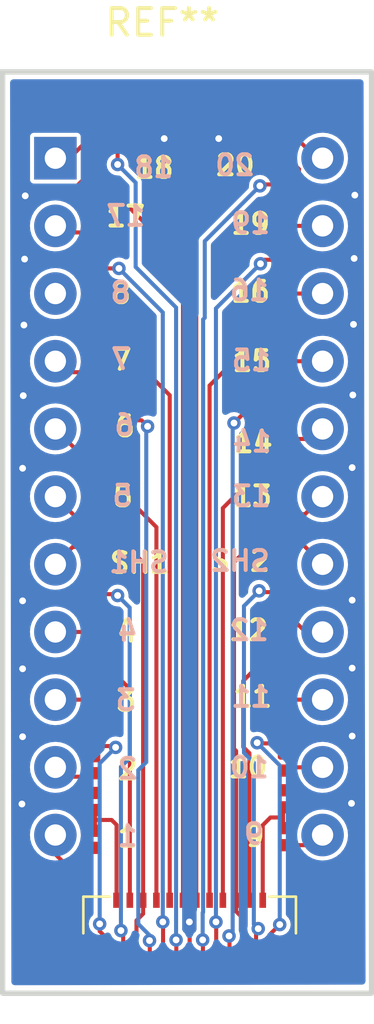
<source format=kicad_pcb>
(kicad_pcb (version 20211014) (generator pcbnew)

  (general
    (thickness 1.6)
  )

  (paper "A4")
  (layers
    (0 "F.Cu" signal)
    (31 "B.Cu" signal)
    (32 "B.Adhes" user "B.Adhesive")
    (33 "F.Adhes" user "F.Adhesive")
    (34 "B.Paste" user)
    (35 "F.Paste" user)
    (36 "B.SilkS" user "B.Silkscreen")
    (37 "F.SilkS" user "F.Silkscreen")
    (38 "B.Mask" user)
    (39 "F.Mask" user)
    (40 "Dwgs.User" user "User.Drawings")
    (41 "Cmts.User" user "User.Comments")
    (42 "Eco1.User" user "User.Eco1")
    (43 "Eco2.User" user "User.Eco2")
    (44 "Edge.Cuts" user)
    (45 "Margin" user)
    (46 "B.CrtYd" user "B.Courtyard")
    (47 "F.CrtYd" user "F.Courtyard")
    (48 "B.Fab" user)
    (49 "F.Fab" user)
    (50 "User.1" user)
    (51 "User.2" user)
    (52 "User.3" user)
    (53 "User.4" user)
    (54 "User.5" user)
    (55 "User.6" user)
    (56 "User.7" user)
    (57 "User.8" user)
    (58 "User.9" user)
  )

  (setup
    (stackup
      (layer "F.SilkS" (type "Top Silk Screen"))
      (layer "F.Paste" (type "Top Solder Paste"))
      (layer "F.Mask" (type "Top Solder Mask") (thickness 0.01))
      (layer "F.Cu" (type "copper") (thickness 0.035))
      (layer "dielectric 1" (type "core") (thickness 1.51) (material "FR4") (epsilon_r 4.5) (loss_tangent 0.02))
      (layer "B.Cu" (type "copper") (thickness 0.035))
      (layer "B.Mask" (type "Bottom Solder Mask") (thickness 0.01))
      (layer "B.Paste" (type "Bottom Solder Paste"))
      (layer "B.SilkS" (type "Bottom Silk Screen"))
      (copper_finish "None")
      (dielectric_constraints no)
    )
    (pad_to_mask_clearance 0)
    (pcbplotparams
      (layerselection 0x00010fc_ffffffff)
      (disableapertmacros false)
      (usegerberextensions false)
      (usegerberattributes true)
      (usegerberadvancedattributes true)
      (creategerberjobfile true)
      (svguseinch false)
      (svgprecision 6)
      (excludeedgelayer true)
      (plotframeref false)
      (viasonmask false)
      (mode 1)
      (useauxorigin false)
      (hpglpennumber 1)
      (hpglpenspeed 20)
      (hpglpendiameter 15.000000)
      (dxfpolygonmode true)
      (dxfimperialunits true)
      (dxfusepcbnewfont true)
      (psnegative false)
      (psa4output false)
      (plotreference true)
      (plotvalue true)
      (plotinvisibletext false)
      (sketchpadsonfab false)
      (subtractmaskfromsilk false)
      (outputformat 1)
      (mirror false)
      (drillshape 1)
      (scaleselection 1)
      (outputdirectory "")
    )
  )

  (net 0 "")
  (net 1 "17")
  (net 2 "Net-(R2-Pad2)")
  (net 3 "8")
  (net 4 "Net-(R3-Pad2)")
  (net 5 "Net-(R20-Pad1)")
  (net 6 "9")
  (net 7 "Net-(R19-Pad1)")
  (net 8 "10")
  (net 9 "Net-(R18-Pad1)")
  (net 10 "11")
  (net 11 "Net-(R17-Pad1)")
  (net 12 "12")
  (net 13 "Net-(R16-Pad1)")
  (net 14 "13")
  (net 15 "Net-(R15-Pad1)")
  (net 16 "14")
  (net 17 "Net-(R14-Pad1)")
  (net 18 "15")
  (net 19 "Net-(R13-Pad1)")
  (net 20 "16")
  (net 21 "Net-(R12-Pad1)")
  (net 22 "19")
  (net 23 "Net-(R11-Pad1)")
  (net 24 "20")
  (net 25 "1")
  (net 26 "Net-(R10-Pad2)")
  (net 27 "2")
  (net 28 "Net-(R9-Pad2)")
  (net 29 "3")
  (net 30 "Net-(R8-Pad2)")
  (net 31 "4")
  (net 32 "Net-(R7-Pad2)")
  (net 33 "5")
  (net 34 "Net-(R6-Pad2)")
  (net 35 "6")
  (net 36 "Net-(R5-Pad2)")
  (net 37 "18")
  (net 38 "Net-(R1-Pad2)")
  (net 39 "7")
  (net 40 "Net-(R4-Pad2)")
  (net 41 "Net-(C1-Pad1)")
  (net 42 "GND")
  (net 43 "Net-(C11-Pad2)")

  (footprint "lowpassfilter_fp:rb_rotator" (layer "F.Cu") (at 159.13144 102.19994))

  (footprint "Resistor_SMD:R_0201_0603Metric" (layer "F.Cu") (at 155.67144 72.37298 180))

  (footprint "lowpassfilter_fp:custom DIP-22_wider-board" (layer "F.Cu") (at 154.07978 73.11149))

  (footprint "Resistor_SMD:R_0201_0603Metric" (layer "F.Cu") (at 162.64644 92.92298 90))

  (footprint "Capacitor_SMD:C_0201_0603Metric" (layer "F.Cu") (at 155.57144 77.99798 90))

  (footprint "Resistor_SMD:R_0201_0603Metric" (layer "F.Cu") (at 162.64644 98.57298 90))

  (footprint "Resistor_SMD:R_0201_0603Metric" (layer "F.Cu") (at 162.64644 95.77298 90))

  (footprint "Capacitor_SMD:C_0201_0603Metric" (layer "F.Cu") (at 162.64644 97.15298 90))

  (footprint "Resistor_SMD:R_0201_0603Metric" (layer "F.Cu") (at 155.57144 93.02298 90))

  (footprint "Capacitor_SMD:C_0201_0603Metric" (layer "F.Cu") (at 155.57144 75.17298 90))

  (footprint "Capacitor_SMD:C_0201_0603Metric" (layer "F.Cu") (at 155.57144 80.82298 90))

  (footprint "Resistor_SMD:R_0201_0603Metric" (layer "F.Cu") (at 155.57144 95.87298 90))

  (footprint "Capacitor_SMD:C_0201_0603Metric" (layer "F.Cu") (at 155.57144 97.25298 90))

  (footprint "Capacitor_SMD:C_0201_0603Metric" (layer "F.Cu") (at 162.64644 74.85298 90))

  (footprint "Resistor_SMD:R_0201_0603Metric" (layer "F.Cu") (at 162.64644 76.27298 90))

  (footprint "Capacitor_SMD:C_0201_0603Metric" (layer "F.Cu") (at 161.34644 72.27298 180))

  (footprint "Resistor_SMD:R_0201_0603Metric" (layer "F.Cu") (at 162.64644 84.74798 90))

  (footprint "Capacitor_SMD:C_0201_0603Metric" (layer "F.Cu") (at 162.64644 83.32798 90))

  (footprint "Capacitor_SMD:C_0201_0603Metric" (layer "F.Cu") (at 162.64644 88.67798 90))

  (footprint "Capacitor_SMD:C_0201_0603Metric" (layer "F.Cu") (at 157.07644 72.37298 180))

  (footprint "Resistor_SMD:R_0201_0603Metric" (layer "F.Cu") (at 155.57144 73.76798 90))

  (footprint "Capacitor_SMD:C_0201_0603Metric" (layer "F.Cu") (at 162.64644 94.35298 90))

  (footprint "Capacitor_SMD:C_0201_0603Metric" (layer "F.Cu") (at 162.64644 91.50298 90))

  (footprint "Resistor_SMD:R_0201_0603Metric" (layer "F.Cu") (at 155.57144 79.41798 90))

  (footprint "Resistor_SMD:R_0201_0603Metric" (layer "F.Cu") (at 155.57144 82.24298 90))

  (footprint "Resistor_SMD:R_0201_0603Metric" (layer "F.Cu") (at 162.64644 81.92298 90))

  (footprint "Capacitor_SMD:C_0201_0603Metric" (layer "F.Cu") (at 162.64644 77.67798 90))

  (footprint "Resistor_SMD:R_0201_0603Metric" (layer "F.Cu") (at 155.57144 98.67298 90))

  (footprint "Capacitor_SMD:C_0201_0603Metric" (layer "F.Cu") (at 155.57144 91.60298 90))

  (footprint "Capacitor_SMD:C_0201_0603Metric" (layer "F.Cu") (at 155.57144 88.77798 90))

  (footprint "Resistor_SMD:R_0201_0603Metric" (layer "F.Cu") (at 155.57144 85.06798 90))

  (footprint "Resistor_SMD:R_0201_0603Metric" (layer "F.Cu") (at 162.64644 79.09798 90))

  (footprint "Resistor_SMD:R_0201_0603Metric" (layer "F.Cu") (at 155.57144 90.22298 90))

  (footprint "Capacitor_SMD:C_0201_0603Metric" (layer "F.Cu") (at 155.57144 94.45298 90))

  (footprint "Resistor_SMD:R_0201_0603Metric" (layer "F.Cu") (at 155.57144 76.59298 90))

  (footprint "Resistor_SMD:R_0201_0603Metric" (layer "F.Cu") (at 162.74644 72.27298 180))

  (footprint "Capacitor_SMD:C_0201_0603Metric" (layer "F.Cu") (at 155.57144 83.64798 90))

  (footprint "Capacitor_SMD:C_0201_0603Metric" (layer "F.Cu") (at 162.64644 86.15298 90))

  (footprint "Capacitor_SMD:C_0201_0603Metric" (layer "F.Cu") (at 155.57144 86.47298 90))

  (footprint "Resistor_SMD:R_0201_0603Metric" (layer "F.Cu") (at 162.64644 90.12298 90))

  (footprint "Resistor_SMD:R_0201_0603Metric" (layer "F.Cu") (at 162.64644 73.44798 90))

  (footprint "Capacitor_SMD:C_0201_0603Metric" (layer "F.Cu") (at 162.64644 80.50298 90))

  (gr_rect (start 152.09644 69.87298) (end 165.975 104.45) (layer "Edge.Cuts") (width 0.2) (fill none) (tstamp 6a7c9fc8-59f7-4e97-b5aa-2f7f0ca5b9d0))
  (gr_text "SH1" (at 157.225 88.275) (layer "B.SilkS") (tstamp 27e377c1-9c00-4558-b073-a9cfcefc7ab5)
    (effects (font (size 0.75 0.75) (thickness 0.15)) (justify mirror))
  )
  (gr_text "17" (at 156.725 75.275) (layer "B.SilkS") (tstamp 297c04c4-21d5-411b-8b2f-ba8bf2276ad9)
    (effects (font (size 0.75 0.75) (thickness 0.15)) (justify mirror))
  )
  (gr_text "14" (at 161.475 83.75) (layer "B.SilkS") (tstamp 2a75d472-6ded-478a-865e-1effaea00169)
    (effects (font (size 0.75 0.75) (thickness 0.15)) (justify mirror))
  )
  (gr_text "4" (at 156.8 90.85) (layer "B.SilkS") (tstamp 35996be6-8683-4aa6-b2f3-7d475f9b987e)
    (effects (font (size 0.75 0.75) (thickness 0.15)) (justify mirror))
  )
  (gr_text "2" (at 156.8 96.025) (layer "B.SilkS") (tstamp 3d5cb348-0efd-4ee1-b15d-42ed093e749a)
    (effects (font (size 0.75 0.75) (thickness 0.15)) (justify mirror))
  )
  (gr_text "19" (at 161.425 75.55) (layer "B.SilkS") (tstamp 424b9d98-a57e-4f60-9835-74219e390485)
    (effects (font (size 0.75 0.75) (thickness 0.15)) (justify mirror))
  )
  (gr_text "13" (at 161.45 85.8) (layer "B.SilkS") (tstamp 4b007f5b-255a-45be-8a2f-5d8bf8b2d41e)
    (effects (font (size 0.75 0.75) (thickness 0.15)) (justify mirror))
  )
  (gr_text "3" (at 156.725 93.45) (layer "B.SilkS") (tstamp 564c62a9-08f1-46a1-9f64-8f6fd13c6b1b)
    (effects (font (size 0.75 0.75) (thickness 0.15)) (justify mirror))
  )
  (gr_text "15" (at 161.45 80.7) (layer "B.SilkS") (tstamp 65392407-9e2f-4bc5-b96a-d56684c519c0)
    (effects (font (size 0.75 0.75) (thickness 0.15)) (justify mirror))
  )
  (gr_text "9" (at 161.55 98.475) (layer "B.SilkS") (tstamp 812b88a9-d773-4650-bc33-f9c336b6ea1a)
    (effects (font (size 0.75 0.75) (thickness 0.15)) (justify mirror))
  )
  (gr_text "12" (at 161.375 90.825) (layer "B.SilkS") (tstamp 9484b94d-efcd-4d47-8dd3-b23e2d57601d)
    (effects (font (size 0.75 0.75) (thickness 0.15)) (justify mirror))
  )
  (gr_text "18" (at 157.775 73.45) (layer "B.SilkS") (tstamp 9ed4e645-0509-47b3-9051-d4754a89b351)
    (effects (font (size 0.75 0.75) (thickness 0.15)) (justify mirror))
  )
  (gr_text "8" (at 156.525 78.15) (layer "B.SilkS") (tstamp a9a487b7-2a4f-4c4d-b33a-29ad0abe7120)
    (effects (font (size 0.75 0.75) (thickness 0.15)) (justify mirror))
  )
  (gr_text "20" (at 160.825 73.375) (layer "B.SilkS") (tstamp c1d5cc27-7b63-426a-b3ca-f417079dd44d)
    (effects (font (size 0.75 0.75) (thickness 0.15)) (justify mirror))
  )
  (gr_text "5" (at 156.6 85.775) (layer "B.SilkS") (tstamp c3293a0e-5077-4ee5-b8c1-d383881bb78a)
    (effects (font (size 0.75 0.75) (thickness 0.15)) (justify mirror))
  )
  (gr_text "7" (at 156.55 80.65) (layer "B.SilkS") (tstamp c7c1c832-7eba-4ca1-95d8-2a13ffc5f990)
    (effects (font (size 0.75 0.75) (thickness 0.15)) (justify mirror))
  )
  (gr_text "10" (at 161.375 95.975) (layer "B.SilkS") (tstamp cb72c999-1171-4d17-aeb5-ddbbfee9efbe)
    (effects (font (size 0.75 0.75) (thickness 0.15)) (justify mirror))
  )
  (gr_text "SH2" (at 161.025 88.225) (layer "B.SilkS") (tstamp cdd1702d-6c01-4755-9f0e-9aee300af22e)
    (effects (font (size 0.75 0.75) (thickness 0.15)) (justify mirror))
  )
  (gr_text "11" (at 161.425 93.325) (layer "B.SilkS") (tstamp cdec5073-d8b9-47e2-adb1-ec5a251c66d3)
    (effects (font (size 0.75 0.75) (thickness 0.15)) (justify mirror))
  )
  (gr_text "16" (at 161.375 78.075) (layer "B.SilkS") (tstamp ecd2a0d3-3877-44de-85e4-c604b0c9b7fd)
    (effects (font (size 0.75 0.75) (thickness 0.15)) (justify mirror))
  )
  (gr_text "6" (at 156.675 83.125) (layer "B.SilkS") (tstamp f6c9fc11-4413-4d3d-984d-5da66a897eee)
    (effects (font (size 0.75 0.75) (thickness 0.15)) (justify mirror))
  )
  (gr_text "1" (at 156.8 98.55) (layer "B.SilkS") (tstamp fff861d5-4d93-4257-add0-38b71cbdec53)
    (effects (font (size 0.75 0.75) (thickness 0.15)) (justify mirror))
  )
  (gr_text "18" (at 157.8 73.475) (layer "F.SilkS") (tstamp 058f6bf7-9de9-44e6-87df-c60fc8b5c0d2)
    (effects (font (size 0.75 0.75) (thickness 0.15)))
  )
  (gr_text "2" (at 156.8 96.05) (layer "F.SilkS") (tstamp 14e35611-961b-44fd-99b9-53dcca2afe42)
    (effects (font (size 0.75 0.75) (thickness 0.15)))
  )
  (gr_text "17" (at 156.725 75.3) (layer "F.SilkS") (tstamp 188ad5d8-b730-4955-b07c-f907a427f93e)
    (effects (font (size 0.75 0.75) (thickness 0.15)))
  )
  (gr_text "SH2" (at 161.025 88.225) (layer "F.SilkS") (tstamp 2db8f601-4a1e-4010-9a1e-d726f624c5b9)
    (effects (font (size 0.75 0.75) (thickness 0.15)))
  )
  (gr_text "19" (at 161.425 75.575) (layer "F.SilkS") (tstamp 365b84b4-6bcc-4de1-bc93-1b643e673495)
    (effects (font (size 0.75 0.75) (thickness 0.15)))
  )
  (gr_text "14" (at 161.525 83.775) (layer "F.SilkS") (tstamp 3ed82ca8-97d2-462a-a021-17195155f885)
    (effects (font (size 0.75 0.75) (thickness 0.15)))
  )
  (gr_text "10" (at 161.325 95.975) (layer "F.SilkS") (tstamp 4c57e447-6645-4e0d-9319-a5dff30c4553)
    (effects (font (size 0.75 0.75) (thickness 0.15)))
  )
  (gr_text "SH1" (at 157.25 88.3) (layer "F.SilkS") (tstamp 50b6e18c-2538-48d7-b758-6f637271faa0)
    (effects (font (size 0.75 0.75) (thickness 0.15)))
  )
  (gr_text "1" (at 156.8 98.575) (layer "F.SilkS") (tstamp 5ea7afef-c376-4951-b340-58ad80b070e9)
    (effects (font (size 0.75 0.75) (thickness 0.15)))
  )
  (gr_text "6" (at 156.7 83.175) (layer "F.SilkS") (tstamp 60b7b217-d049-41ab-addf-85887af896f8)
    (effects (font (size 0.75 0.75) (thickness 0.15)))
  )
  (gr_text "13" (at 161.5 85.8) (layer "F.SilkS") (tstamp 6adc059f-310a-4228-b68c-5bbe64b21cbb)
    (effects (font (size 0.75 0.75) (thickness 0.15)))
  )
  (gr_text "16" (at 161.425 78.125) (layer "F.SilkS") (tstamp 7c0fe157-8484-4dc7-aeb3-42ce9f44bf05)
    (effects (font (size 0.75 0.75) (thickness 0.15)))
  )
  (gr_text "20" (at 160.85 73.375) (layer "F.SilkS") (tstamp 869ad645-3b5f-49b7-9e4d-bf0671f7cbb9)
    (effects (font (size 0.75 0.75) (thickness 0.15)))
  )
  (gr_text "15" (at 161.475 80.725) (layer "F.SilkS") (tstamp 8c168848-f47b-49be-a7b1-8f5a2479cd8f)
    (effects (font (size 0.75 0.75) (thickness 0.15)))
  )
  (gr_text "4" (at 156.775 90.875) (layer "F.SilkS") (tstamp 9140f764-b72b-4409-95cb-995e787debc5)
    (effects (font (size 0.75 0.75) (thickness 0.15)))
  )
  (gr_text "9" (at 161.575 98.55) (layer "F.SilkS") (tstamp a14c5a84-321f-43a6-b498-b091aa35171c)
    (effects (font (size 0.75 0.75) (thickness 0.15)))
  )
  (gr_text "3" (at 156.75 93.475) (layer "F.SilkS") (tstamp aa1287ce-02f6-49a8-a1b7-528215e8a450)
    (effects (font (size 0.75 0.75) (thickness 0.15)))
  )
  (gr_text "11" (at 161.5 93.325) (layer "F.SilkS") (tstamp bb69f252-b591-4a4a-a197-edd87c115eb8)
    (effects (font (size 0.75 0.75) (thickness 0.15)))
  )
  (gr_text "8" (at 156.55 78.175) (layer "F.SilkS") (tstamp e0b09f42-04ab-42d6-a97d-2fe7a9516a44)
    (effects (font (size 0.75 0.75) (thickness 0.15)))
  )
  (gr_text "7" (at 156.575 80.675) (layer "F.SilkS") (tstamp f1ba5ef1-8b76-4800-8ec5-0ff0ed3f0d52)
    (effects (font (size 0.75 0.75) (thickness 0.15)))
  )
  (gr_text "12" (at 161.35 90.825) (layer "F.SilkS") (tstamp f60d00d5-5d79-41be-b9dc-ae97a6086b57)
    (effects (font (size 0.75 0.75) (thickness 0.15)))
  )
  (gr_text "5" (at 156.625 85.8) (layer "F.SilkS") (tstamp fdfae414-3c94-4194-b594-549be7243456)
    (effects (font (size 0.75 0.75) (thickness 0.15)))
  )

  (segment (start 156.35 74.45) (end 155.59288 74.45) (width 0.1524) (layer "F.Cu") (net 1) (tstamp 09debfbb-32d7-4a2b-83be-f9302cdef1e4))
  (segment (start 158.88144 76.98144) (end 156.35 74.45) (width 0.1524) (layer "F.Cu") (net 1) (tstamp 1cdacc34-8046-4ed3-866e-fd5dd9f9af74))
  (segment (start 155.59288 74.45) (end 155.57144 74.47144) (width 0.1524) (layer "F.Cu") (net 1) (tstamp 2533aecf-ff23-42dd-98d0-dad99f71c62a))
  (segment (start 155.57144 74.82298) (end 155.59644 74.79798) (width 0.1524) (layer "F.Cu") (net 1) (tstamp a95ef092-342a-4709-ad13-30c238f9b633))
  (segment (start 155.57144 74.47144) (end 155.57144 74.08798) (width 0.1524) (layer "F.Cu") (net 1) (tstamp c7b2800f-f760-4cb1-8997-6ec1708e9bd0))
  (segment (start 155.57144 74.85298) (end 155.57144 74.47144) (width 0.1524) (layer "F.Cu") (net 1) (tstamp c871b3dc-ae3b-439b-8c6e-0fabff3da142))
  (segment (start 158.88144 100.95994) (end 158.88144 76.98144) (width 0.1524) (layer "F.Cu") (net 1) (tstamp ca898478-be4c-4afa-a15b-9cdf1d736a57))
  (segment (start 155.57144 95.55298) (end 155.57144 95.17298) (width 0.1524) (layer "F.Cu") (net 2) (tstamp 0e15a6ff-a289-4853-8064-1cd06748e94d))
  (segment (start 156.13144 103.36494) (end 156.13144 102.50644) (width 0.1524) (layer "F.Cu") (net 2) (tstamp 0f6ae9cb-76bb-4f5b-ac0f-74f7401b6b3c))
  (segment (start 156.34644 95.22298) (end 156.29644 95.17298) (width 0.1524) (layer "F.Cu") (net 2) (tstamp 62916c21-96b3-4019-a9d6-b367869a8f25))
  (segment (start 156.29644 95.17298) (end 155.57144 95.17298) (width 0.1524) (layer "F.Cu") (net 2) (tstamp 69a9b1a7-600d-43c8-835f-962632640819))
  (segment (start 156.13144 102.50644) (end 155.74644 102.12144) (width 0.1524) (layer "F.Cu") (net 2) (tstamp aee83983-f729-436c-add6-4924713008a1))
  (segment (start 155.57144 95.17298) (end 155.57144 94.77298) (width 0.1524) (layer "F.Cu") (net 2) (tstamp e7b255a8-c3b2-4271-b635-ff6aeaa4c630))
  (segment (start 155.74644 102.12144) (end 155.74644 101.84798) (width 0.1524) (layer "F.Cu") (net 2) (tstamp f0adbd27-a04a-4d5e-ae74-e1a0d8861e6c))
  (via (at 155.74644 101.84798) (size 0.508) (drill 0.254) (layers "F.Cu" "B.Cu") (free) (net 2) (tstamp 9d6a1cff-fe0c-4bea-81f9-6fd8e5d2b619))
  (via (at 156.34644 95.22298) (size 0.508) (drill 0.254) (layers "F.Cu" "B.Cu") (free) (net 2) (tstamp 9ded55e7-9c4a-43b9-9c22-1cb035c910db))
  (segment (start 155.74644 95.82298) (end 156.34644 95.22298) (width 0.1524) (layer "B.Cu") (net 2) (tstamp 42d4bd62-a7a5-4ced-a9ea-29620200642c))
  (segment (start 155.74644 101.84798) (end 155.74644 95.82298) (width 0.1524) (layer "B.Cu") (net 2) (tstamp bf4f6a5a-19b5-4edd-90a5-3362dfb79a7d))
  (segment (start 156.88144 93.03144) (end 156.20356 92.35356) (width 0.1524) (layer "F.Cu") (net 4) (tstamp 47dc6eeb-28d9-4352-8216-bc741cf20e32))
  (segment (start 155.57144 92.70298) (end 155.57144 92.35356) (width 0.1524) (layer "F.Cu") (net 4) (tstamp 4b73a9bc-ece6-4764-9e15-0b9538eff0f4))
  (segment (start 155.48293 93.43149) (end 155.57144 93.34298) (width 0.1524) (layer "F.Cu") (net 4) (tstamp 7db09ef5-7e20-4d0b-b516-610199523282))
  (segment (start 154.07978 93.43149) (end 155.48293 93.43149) (width 0.1524) (layer "F.Cu") (net 4) (tstamp 7f1a0c58-4544-4442-b7b6-14d9f29ae350))
  (segment (start 155.57144 92.35356) (end 155.57144 91.92298) (width 0.1524) (layer "F.Cu") (net 4) (tstamp cae4edd5-7f41-4469-8585-5ee4522028fd))
  (segment (start 156.20356 92.35356) (end 155.57144 92.35356) (width 0.1524) (layer "F.Cu") (net 4) (tstamp d15daf31-f96a-4aa4-b094-cce172e77df5))
  (segment (start 156.88144 100.95994) (end 156.88144 93.03144) (width 0.1524) (layer "F.Cu") (net 4) (tstamp fb451dbe-b9a5-4031-baad-484910c193ca))
  (segment (start 164.1331 73.11149) (end 163.90495 73.11149) (width 0.1524) (layer "F.Cu") (net 5) (tstamp c0013eea-f187-4613-ab4f-377f275c6cc2))
  (segment (start 163.90495 73.11149) (end 163.06644 72.27298) (width 0.1524) (layer "F.Cu") (net 5) (tstamp d2b52e94-f7d9-4a38-9863-953645a667a1))
  (segment (start 163.75161 98.89298) (end 162.64644 98.89298) (width 0.1524) (layer "F.Cu") (net 6) (tstamp 2df8e7d2-9f34-4740-a7c8-e0e80d877811))
  (segment (start 164.1331 98.51149) (end 163.75161 98.89298) (width 0.1524) (layer "F.Cu") (net 6) (tstamp 662216f6-d254-4599-8b53-a2975d9ebd3c))
  (segment (start 163.12495 75.65149) (end 162.64644 75.17298) (width 0.1524) (layer "F.Cu") (net 7) (tstamp ac6d9791-d26d-46b2-a321-a4bcbf4eb118))
  (segment (start 164.1331 75.65149) (end 163.12495 75.65149) (width 0.1524) (layer "F.Cu") (net 7) (tstamp ece80e1b-05e2-43c6-b917-dfacd71a4865))
  (segment (start 164.1331 95.97149) (end 162.76793 95.97149) (width 0.1524) (layer "F.Cu") (net 8) (tstamp 6b0c9e3a-4d64-41c3-a14f-51a894ea9a1d))
  (segment (start 162.76793 95.97149) (end 162.64644 96.09298) (width 0.1524) (layer "F.Cu") (net 8) (tstamp ceea92f4-024d-49d2-aa08-a724015167e7))
  (segment (start 154.07978 73.11149) (end 154.61293 73.11149) (width 0.1524) (layer "F.Cu") (net 9) (tstamp 193df3d2-ee95-4e3f-b435-4cafbdbf429c))
  (segment (start 154.61293 73.11149) (end 155.35144 72.37298) (width 0.1524) (layer "F.Cu") (net 9) (tstamp 6551624e-bb0b-4dd1-a53e-cf57549b56f7))
  (segment (start 161.38144 100.95994) (end 161.38144 95.44048) (width 0.1524) (layer "F.Cu") (net 10) (tstamp 06bae502-8f00-4ca9-b840-2c46d8e62041))
  (segment (start 161.65356 92.22144) (end 162.64644 92.22144) (width 0.1524) (layer "F.Cu") (net 10) (tstamp 4e45628e-a949-43b1-897d-5cfbaf99668f))
  (segment (start 162.64644 92.22144) (end 162.64644 91.82298) (width 0.1524) (layer "F.Cu") (net 10) (tstamp 83d585a3-1abb-42ba-a4b0-ff8b0399dea8))
  (segment (start 161.15 92.725) (end 161.65356 92.22144) (width 0.1524) (layer "F.Cu") (net 10) (tstamp 868c92f4-f197-497b-8d0e-84c0386aaf51))
  (segment (start 162.64644 92.60298) (end 162.64644 92.22144) (width 0.1524) (layer "F.Cu") (net 10) (tstamp c18cef8f-3447-4f2b-8273-f01ed9093eb5))
  (segment (start 161.38144 95.44048) (end 161.15 95.20904) (width 0.1524) (layer "F.Cu") (net 10) (tstamp d5b928aa-1d33-4819-aa61-fe027ffbae2c))
  (segment (start 161.15 95.20904) (end 161.15 92.725) (width 0.1524) (layer "F.Cu") (net 10) (tstamp f990e999-c8b4-4026-a3fd-fd697a4c6719))
  (segment (start 155.57144 75.82298) (end 155.57144 75.49298) (width 0.1524) (layer "F.Cu") (net 11) (tstamp 6729917d-be32-44b2-bc47-6e0fa7d7a1bb))
  (segment (start 154.32627 75.89798) (end 155.49644 75.89798) (width 0.1524) (layer "F.Cu") (net 11) (tstamp 7f7c2558-56fa-41b8-8367-0d368c0097a4))
  (segment (start 154.07978 75.65149) (end 154.32627 75.89798) (width 0.1524) (layer "F.Cu") (net 11) (tstamp 896ba3a0-ab67-4491-8afa-cfcac1a09228))
  (segment (start 155.49644 75.89798) (end 155.57144 75.82298) (width 0.1524) (layer "F.Cu") (net 11) (tstamp a96e8d0f-72bf-43cd-b143-62dd9fcad965))
  (segment (start 162.64644 89.39644) (end 162.64644 88.99798) (width 0.1524) (layer "F.Cu") (net 12) (tstamp 5bf04a7c-1787-4df6-b045-b6f740c3622e))
  (segment (start 161.63144 102.105792) (end 161.63144 103.36494) (width 0.1524) (layer "F.Cu") (net 12) (tstamp 806ccf38-c6db-4087-99dd-afb71fb8021f))
  (segment (start 162.64644 89.39644) (end 161.7949 89.39644) (width 0.1524) (layer "F.Cu") (net 12) (tstamp 91f5074e-71a0-4da3-b67d-15c6e57899ad))
  (segment (start 161.77144 89.32298) (end 161.74644 89.34798) (width 0.1524) (layer "F.Cu") (net 12) (tstamp a19bbaea-503f-4f04-b2d8-9015c5332f77))
  (segment (start 161.7949 89.39644) (end 161.74644 89.34798) (width 0.1524) (layer "F.Cu") (net 12) (tstamp cab7113d-29a3-4ebc-9a5c-c4f0eecfe1f4))
  (segment (start 162.64644 89.80298) (end 162.64644 89.39644) (width 0.1524) (layer "F.Cu") (net 12) (tstamp ec06f514-5f99-43c6-8336-c3c725ab9549))
  (segment (start 161.712091 102.025141) (end 161.63144 102.105792) (width 0.1524) (layer "F.Cu") (net 12) (tstamp fe7c7958-fa52-4986-aba5-4371c34dcfe3))
  (via (at 161.712091 102.025141) (size 0.508) (drill 0.254) (layers "F.Cu" "B.Cu") (free) (net 12) (tstamp 7c17f3bb-41ab-40e2-a607-c99488e0a5c2))
  (via (at 161.74644 89.34798) (size 0.508) (drill 0.254) (layers "F.Cu" "B.Cu") (free) (net 12) (tstamp fbadf9e8-8b0a-4dc1-9acf-ef3244d82e1a))
  (segment (start 161.175 95.425) (end 161.175 89.91942) (width 0.1524) (layer "B.Cu") (net 12) (tstamp 58bcdfec-84b4-46e2-82d0-2cf03132fa18))
  (segment (start 161.54644 95.79644) (end 161.175 95.425) (width 0.1524) (layer "B.Cu") (net 12) (tstamp 67a12808-d1c2-4d47-b555-5b6dd3bbfa83))
  (segment (start 161.175 89.91942) (end 161.74644 89.34798) (width 0.1524) (layer "B.Cu") (net 12) (tstamp 6d74c8a9-8ee3-4daa-b934-ef2169579439))
  (segment (start 161.54644 101.85949) (end 161.54644 95.79644) (width 0.1524) (layer "B.Cu") (net 12) (tstamp 77b7e14f-a67c-4822-aa86-87ebdf2429da))
  (segment (start 161.712091 102.025141) (end 161.54644 101.85949) (width 0.1524) (layer "B.Cu") (net 12) (tstamp a4901182-9c10-4a94-b170-1f0d096b1411))
  (segment (start 164.1331 78.19149) (end 162.83995 78.19149) (width 0.1524) (layer "F.Cu") (net 13) (tstamp 1972024e-2e63-480f-aeb8-9e8a12cf751f))
  (segment (start 162.83995 78.19149) (end 162.64644 77.99798) (width 0.1524) (layer "F.Cu") (net 13) (tstamp fe058c66-16e1-4358-b85a-bec37d7f9be2))
  (segment (start 162.62856 85.42856) (end 162.64644 85.44644) (width 0.1524) (layer "F.Cu") (net 14) (tstamp 2e79bf7c-c024-4889-b910-158829ab8d2d))
  (segment (start 160.38144 100.95994) (end 160.38144 86.24356) (width 0.1524) (layer "F.Cu") (net 14) (tstamp 38bf1a77-7946-4b3e-9ff5-01c3842e69a1))
  (segment (start 160.38144 86.24356) (end 161.19644 85.42856) (width 0.1524) (layer "F.Cu") (net 14) (tstamp 495177e1-239d-4817-9b6f-d0a352ae2ed0))
  (segment (start 161.19644 85.42856) (end 162.62856 85.42856) (width 0.1524) (layer "F.Cu") (net 14) (tstamp 7188f9a0-deff-4523-be42-41c9cc6a7e27))
  (segment (start 162.64644 85.83298) (end 162.64644 85.44644) (width 0.1524) (layer "F.Cu") (net 14) (tstamp 88889458-7ab4-45f5-8d0e-178fb188231f))
  (segment (start 162.64644 85.44644) (end 162.64644 85.06798) (width 0.1524) (layer "F.Cu") (net 14) (tstamp 9aeb2689-43fc-4fde-b10a-3433c158f24c))
  (segment (start 164.1331 80.73149) (end 162.73793 80.73149) (width 0.1524) (layer "F.Cu") (net 15) (tstamp ea3f1fe8-0e9e-4411-9089-c138009edeb9))
  (segment (start 162.73793 80.73149) (end 162.64644 80.82298) (width 0.1524) (layer "F.Cu") (net 15) (tstamp fe4f93a9-69fa-4c8e-bf59-7a1db7a1aaec))
  (segment (start 160.61354 102.3) (end 160.63144 102.3179) (width 0.1524) (layer "F.Cu") (net 16) (tstamp 470816ff-5c38-4573-baa2-bce356d16303))
  (segment (start 160.63144 102.3179) (end 160.63144 103.36494) (width 0.1524) (layer "F.Cu") (net 16) (tstamp 599813c9-24de-4a1d-950d-71093e9c3150))
  (segment (start 162.64644 82.67298) (end 162.64644 82.24298) (width 0.1524) (layer "F.Cu") (net 16) (tstamp 6e8add70-b59c-4089-887a-07d3ccda289d))
  (segment (start 161.17702 82.67298) (end 162.64644 82.67298) (width 0.1524) (layer "F.Cu") (net 16) (tstamp 7838f0e8-b7c6-4bc2-aadf-d7cb3303a5de))
  (segment (start 162.64644 83.00798) (end 162.64644 82.67298) (width 0.1524) (layer "F.Cu") (net 16) (tstamp 9ced99a0-9826-455b-b538-7b45d8cce6ba))
  (segment (start 160.8 83.05) (end 161.17702 82.67298) (width 0.1524) (layer "F.Cu") (net 16) (tstamp c9bbc781-e228-4849-ae48-2c92dacf24d4))
  (via (at 160.61354 102.3) (size 0.508) (drill 0.254) (layers "F.Cu" "B.Cu") (free) (net 16) (tstamp 5fa9ecea-2a47-4fab-8845-e01627d96e42))
  (via (at 160.8 83.05) (size 0.508) (drill 0.254) (layers "F.Cu" "B.Cu") (free) (net 16) (tstamp dc7adc5c-71e4-48d8-8a27-df9ec57e3381))
  (segment (start 160.75 102.16354) (end 160.61354 102.3) (width 0.1524) (layer "B.Cu") (net 16) (tstamp 2e40acfe-1ee2-4461-ba71-69b0e73c1e34))
  (segment (start 160.8 83.05) (end 160.8 83.2) (width 0.1524) (layer "B.Cu") (net 16) (tstamp 3975acad-ff5b-4e19-9f6d-a61225b5ee31))
  (segment (start 160.8 83.2) (end 160.75 83.25) (width 0.1524) (layer "B.Cu") (net 16) (tstamp 589c1284-416f-4664-a98c-781d708fe52b))
  (segment (start 160.75 83.25) (end 160.75 102.16354) (width 0.1524) (layer "B.Cu") (net 16) (tstamp ea59dee5-ebab-4a2f-8c24-7e9af985f077))
  (segment (start 163.75661 83.64798) (end 162.64644 83.64798) (width 0.1524) (layer "F.Cu") (net 17) (tstamp 24464dbc-669b-4042-bed6-96358144e2e7))
  (segment (start 164.1331 83.27149) (end 163.75661 83.64798) (width 0.1524) (layer "F.Cu") (net 17) (tstamp b8a0dd01-9901-417f-bbce-54f87e1c1c8a))
  (segment (start 161.72144 79.80356) (end 162.64644 79.80356) (width 0.1524) (layer "F.Cu") (net 18) (tstamp 13375e5c-d206-4969-a6fb-494b3e50fa10))
  (segment (start 162.64644 79.80356) (end 162.64644 79.41798) (width 0.1524) (layer "F.Cu") (net 18) (tstamp 15e81e34-5657-4d13-b135-22f3a94ac1c9))
  (segment (start 159.88144 81.64356) (end 161.72144 79.80356) (width 0.1524) (layer "F.Cu") (net 18) (tstamp 39529c55-d608-4426-86ad-bdb6d117ca52))
  (segment (start 159.88144 100.95994) (end 159.88144 81.64356) (width 0.1524) (layer "F.Cu") (net 18) (tstamp 663bfd23-add4-45dc-9533-1aee22273ed7))
  (segment (start 162.64644 80.18298) (end 162.64644 79.80356) (width 0.1524) (layer "F.Cu") (net 18) (tstamp 7a062983-d1c0-4706-ab81-fa774c58f4d2))
  (segment (start 164.1331 85.81149) (end 163.47161 86.47298) (width 0.1524) (layer "F.Cu") (net 19) (tstamp 01be1c3e-e316-4e77-a790-f5957161eeb8))
  (segment (start 163.47161 86.47298) (end 162.64644 86.47298) (width 0.1524) (layer "F.Cu") (net 19) (tstamp 6e92a7d3-da92-4213-9680-981b736b8b32))
  (segment (start 162.64644 77.35798) (end 162.64644 76.92298) (width 0.1524) (layer "F.Cu") (net 20) (tstamp 63c64efc-969a-4fec-a3b7-679e42b1f191))
  (segment (start 161.94644 76.92298) (end 161.79644 77.07298) (width 0.1524) (layer "F.Cu") (net 20) (tstamp 6ba4323e-a86d-4469-a368-acdc6d66336f))
  (segment (start 162.64644 76.92298) (end 161.94644 76.92298) (width 0.1524) (layer "F.Cu") (net 20) (tstamp 767878e2-598e-403d-b553-1d87a625b7e4))
  (segment (start 160.13144 103.36494) (end 160.13144 101.78298) (width 0.1524) (layer "F.Cu") (net 20) (tstamp 7cf24335-bfcd-4acc-9248-183dc0b06c0c))
  (segment (start 160.13144 101.78298) (end 160.12144 101.77298) (width 0.1524) (layer "F.Cu") (net 20) (tstamp 9406ca90-9544-44b0-bcf9-9a5d739fc44a))
  (segment (start 162.64644 76.92298) (end 162.64644 76.59298) (width 0.1524) (layer "F.Cu") (net 20) (tstamp cb137a2e-e602-4e73-a6a2-b22df20a521b))
  (via (at 160.12144 101.77298) (size 0.508) (drill 0.254) (layers "F.Cu" "B.Cu") (free) (net 20) (tstamp 77fd5ffe-e631-4dcc-a18a-9c42d6ce5eae))
  (via (at 161.79644 77.07298) (size 0.508) (drill 0.254) (layers "F.Cu" "B.Cu") (free) (net 20) (tstamp 9974a99f-dbfa-4d40-9e63-03fab0a3ad5f))
  (segment (start 160.12144 78.74798) (end 161.79644 77.07298) (width 0.1524) (layer "B.Cu") (net 20) (tstamp 5c981623-67f9-4851-b9a8-548384dbae56))
  (segment (start 160.12144 101.77298) (end 160.12144 78.74798) (width 0.1524) (layer "B.Cu") (net 20) (tstamp c98c1687-eb80-41bc-8f4e-50b0296df336))
  (segment (start 163.49149 90.89149) (end 163.04298 90.44298) (width 0.1524) (layer "F.Cu") (net 21) (tstamp 3bf8471a-931e-4cbf-8f5b-98c254348c37))
  (segment (start 163.04298 90.44298) (end 162.64644 90.44298) (width 0.1524) (layer "F.Cu") (net 21) (tstamp 66eaa0a9-a4e4-45a9-a289-96703fd8e781))
  (segment (start 164.1331 90.89149) (end 163.49149 90.89149) (width 0.1524) (layer "F.Cu") (net 21) (tstamp b6be12d2-ae67-4c3d-bc92-2ad221885db5))
  (segment (start 161.82856 74.09644) (end 161.775 74.15) (width 0.1524) (layer "F.Cu") (net 22) (tstamp 13ef36f3-9b85-413d-b71d-27000d0570f8))
  (segment (start 162.64644 73.76798) (end 162.64644 74.09644) (width 0.1524) (layer "F.Cu") (net 22) (tstamp 1f446b2a-7397-4873-9471-21fc9ae10765))
  (segment (start 159.63144 103.36494) (end 159.63144 102.45798) (width 0.1524) (layer "F.Cu") (net 22) (tstamp 7f4f4395-97cf-4729-adaa-f7f88a83d8bd))
  (segment (start 162.64644 74.09644) (end 162.64644 74.53298) (width 0.1524) (layer "F.Cu") (net 22) (tstamp 81ff1e4c-557f-400a-916c-126104b51c74))
  (segment (start 162.64644 74.09644) (end 161.82856 74.09644) (width 0.1524) (layer "F.Cu") (net 22) (tstamp 94353df1-330f-4681-a7c6-6e334bf503d6))
  (segment (start 159.63144 102.45798) (end 159.62144 102.44798) (width 0.1524) (layer "F.Cu") (net 22) (tstamp f7e3503f-77aa-4cf8-ab07-27fcd172d8c4))
  (via (at 159.62144 102.44798) (size 0.508) (drill 0.254) (layers "F.Cu" "B.Cu") (free) (net 22) (tstamp d46e379b-4440-45b4-8793-1ba6c89a69e2))
  (via (at 161.775 74.15) (size 0.508) (drill 0.254) (layers "F.Cu" "B.Cu") (free) (net 22) (tstamp e513a282-ac06-43f1-9a8a-389e5400fad1))
  (segment (start 159.7 76.225) (end 159.7 79.1) (width 0.1524) (layer "B.Cu") (net 22) (tstamp 13c58c96-7cdf-412c-b712-d24e5c2bc855))
  (segment (start 159.62144 101.42856) (end 159.63884 101.41116) (width 0.1524) (layer "B.Cu") (net 22) (tstamp 2eebd0ce-1c0c-4d8c-8bd3-a786983ddd18))
  (segment (start 159.62144 102.44798) (end 159.62144 101.42856) (width 0.1524) (layer "B.Cu") (net 22) (tstamp 6cebbf76-c2ae-4fdc-a298-cd2a67130350))
  (segment (start 159.7 79.1) (end 159.63884 79.16116) (width 0.1524) (layer "B.Cu") (net 22) (tstamp 9698e5a7-5b36-4720-968c-642dc0189280))
  (segment (start 159.63884 79.16116) (end 159.63884 101.41116) (width 0.1524) (layer "B.Cu") (net 22) (tstamp a630dbfd-b683-4165-8a5a-bf7f1aa22f96))
  (segment (start 161.775 74.15) (end 159.7 76.225) (width 0.1524) (layer "B.Cu") (net 22) (tstamp b603f5cf-1724-4da6-8dc6-fe052c42542f))
  (segment (start 162.83495 93.43149) (end 162.64644 93.24298) (width 0.1524) (layer "F.Cu") (net 23) (tstamp 3712b103-8802-4a7a-9fc7-862cebb94267))
  (segment (start 164.1331 93.43149) (end 162.83495 93.43149) (width 0.1524) (layer "F.Cu") (net 23) (tstamp 64be48fd-0e04-4588-931a-629053cd8e58))
  (segment (start 161.66644 72.27298) (end 161.97298 72.27298) (width 0.1524) (layer "F.Cu") (net 24) (tstamp 478bc498-e53a-4e49-ae95-e514fc4d197b))
  (segment (start 159.38144 75.49356) (end 162.05 72.825) (width 0.1524) (layer "F.Cu") (net 24) (tstamp 6ffb61bf-72cf-4c00-b8d0-91ee54c9838f))
  (segment (start 162.05 72.35) (end 161.97298 72.27298) (width 0.1524) (layer "F.Cu") (net 24) (tstamp d291e144-57cc-46b0-9745-07c984beaad5))
  (segment (start 161.97298 72.27298) (end 162.09644 72.27298) (width 0.1524) (layer "F.Cu") (net 24) (tstamp d9316197-0c26-404d-af52-0842ff9efc2e))
  (segment (start 162.09644 72.27298) (end 162.42644 72.27298) (width 0.1524) (layer "F.Cu") (net 24) (tstamp de44f8b1-fa39-45ec-af5b-1d94e1b89df0))
  (segment (start 159.38144 100.95994) (end 159.38144 75.49356) (width 0.1524) (layer "F.Cu") (net 24) (tstamp df3e4603-1b16-43a5-815c-30f1cb346338))
  (segment (start 162.05 72.825) (end 162.05 72.35) (width 0.1524) (layer "F.Cu") (net 24) (tstamp fca21b6e-b13a-4626-a4ba-c0367029f2fa))
  (segment (start 154.07978 99.23132) (end 154.47144 99.62298) (width 0.1524) (layer "F.Cu") (net 25) (tstamp 50573da6-f358-460c-afa1-e4ac958db819))
  (segment (start 154.07978 98.51149) (end 154.07978 99.23132) (width 0.1524) (layer "F.Cu") (net 25) (tstamp 6aa46f8c-8f40-40bd-a98d-712014a6293d))
  (segment (start 154.47144 99.62298) (end 154.94144 99.62298) (width 0.1524) (layer "F.Cu") (net 25) (tstamp 7513d257-67d6-49c7-9337-4376ca002836))
  (segment (start 154.94144 99.62298) (end 155.57144 98.99298) (width 0.1524) (layer "F.Cu") (net 25) (tstamp 770b2e88-461b-4792-b7e6-3caf99b54524))
  (segment (start 161.69644 95.07298) (end 161.67144 95.04798) (width 0.1524) (layer "F.Cu") (net 26) (tstamp 030d29f3-c58b-4ecd-82cb-50cb764d008e))
  (segment (start 162.64644 95.45298) (end 162.64644 95.07298) (width 0.1524) (layer "F.Cu") (net 26) (tstamp 0770f442-2739-4d82-bad9-076c2f45a5c4))
  (segment (start 162.13144 102.26298) (end 162.52144 101.87298) (width 0.1524) (layer "F.Cu") (net 26) (tstamp 1b804914-66e4-4e67-a8a3-90a90aacd91a))
  (segment (start 162.64644 95.07298) (end 162.64644 94.67298) (width 0.1524) (layer "F.Cu") (net 26) (tstamp 2b99001c-ead0-44a2-a569-5d32f20aef7d))
  (segment (start 162.13144 103.36494) (end 162.13144 102.26298) (width 0.1524) (layer "F.Cu") (net 26) (tstamp c8919e11-3c8c-49b0-a23a-8074a4c887c2))
  (segment (start 162.64644 95.07298) (end 161.69644 95.07298) (width 0.1524) (layer "F.Cu") (net 26) (tstamp d2ec568f-977e-4ce2-9326-13da9f26388d))
  (via (at 162.52144 101.87298) (size 0.508) (drill 0.254) (layers "F.Cu" "B.Cu") (free) (net 26) (tstamp 2a197daa-fd01-4f70-9f9d-8f3ab6dd1f8f))
  (via (at 161.67144 95.04798) (size 0.508) (drill 0.254) (layers "F.Cu" "B.Cu") (free) (net 26) (tstamp 6f2e7d6d-0e2d-4c84-bd2a-08201d66e795))
  (segment (start 162.52144 101.87298) (end 162.52144 95.89798) (width 0.1524) (layer "B.Cu") (net 26) (tstamp 819a2598-f34f-4a40-b52a-e355857d7b18))
  (segment (start 162.52144 95.89798) (end 161.67144 95.04798) (width 0.1524) (layer "B.Cu") (net 26) (tstamp f666953a-ebfa-480d-afb4-62029921102a))
  (segment (start 154.43127 96.32298) (end 155.44144 96.32298) (width 0.1524) (layer "F.Cu") (net 27) (tstamp 4f4140e5-bede-458c-b867-14b66536f896))
  (segment (start 154.07978 95.97149) (end 154.43127 96.32298) (width 0.1524) (layer "F.Cu") (net 27) (tstamp ba23d2c1-1a86-4e04-ae8e-e5995b1bb6da))
  (segment (start 162.64644 98.25298) (end 162.64644 97.85356) (width 0.1524) (layer "F.Cu") (net 28) (tstamp 5ddeb1f1-dfce-4beb-8fe9-e75bb15d1e87))
  (segment (start 162.64644 97.85356) (end 162.64644 97.47298) (width 0.1524) (layer "F.Cu") (net 28) (tstamp 8b97e924-f13a-4ac4-a984-4d2a32f349c8))
  (segment (start 161.88144 100.95994) (end 161.88144 98.14356) (width 0.1524) (layer "F.Cu") (net 28) (tstamp a3b8c6df-2a06-4c39-a987-cc7fc9d7ceb2))
  (segment (start 162.17144 97.85356) (end 162.64644 97.85356) (width 0.1524) (layer "F.Cu") (net 28) (tstamp b3c5d06e-3bbc-470a-8a81-51d29d4e3bb2))
  (segment (start 161.88144 98.14356) (end 162.17144 97.85356) (width 0.1524) (layer "F.Cu") (net 28) (tstamp babacca4-f5a3-4d19-ba1e-7db0e568244d))
  (segment (start 155.57144 77.67798) (end 155.57144 77.24798) (width 0.1524) (layer "F.Cu") (net 30) (tstamp 0ad00bbd-f37a-497e-be40-df69e9d9aa62))
  (segment (start 155.57144 77.24798) (end 156.47144 77.24798) (width 0.1524) (layer "F.Cu") (net 30) (tstamp 46143716-955e-43b7-8880-736bb120473f))
  (segment (start 155.57144 77.24798) (end 155.57144 76.91298) (width 0.1524) (layer "F.Cu") (net 30) (tstamp 8da240cd-ee7c-46b7-8077-1794b42d409b))
  (segment (start 158.13144 101.78298) (end 158.12144 101.77298) (width 0.1524) (layer "F.Cu") (net 30) (tstamp c066baca-f0b5-46ea-8087-af983ff3f52a))
  (segment (start 158.13144 103.36494) (end 158.13144 101.78298) (width 0.1524) (layer "F.Cu") (net 30) (tstamp dbbbb798-3a1e-4268-8895-5062abd627f6))
  (via (at 156.47144 77.24798) (size 0.508) (drill 0.254) (layers "F.Cu" "B.Cu") (free) (net 30) (tstamp 46acc951-682c-4b8f-9fb8-532f21a58d9c))
  (via (at 158.12144 101.77298) (size 0.508) (drill 0.254) (layers "F.Cu" "B.Cu") (free) (net 30) (tstamp bc692448-aeb3-4907-a373-202d0fc50555))
  (segment (start 158.12144 78.89798) (end 156.47144 77.24798) (width 0.1524) (layer "B.Cu") (net 30) (tstamp 4cda56db-bea7-4c97-ac68-5f173af685a7))
  (segment (start 158.12144 101.77298) (end 158.12144 78.89798) (width 0.1524) (layer "B.Cu") (net 30) (tstamp dffe1fd4-6b83-4be5-b8fd-b1076de01587))
  (segment (start 155.22293 90.89149) (end 155.57144 90.54298) (width 0.1524) (layer "F.Cu") (net 31) (tstamp d7ef28e3-80b0-4045-9af6-9fb0c8abbaa0))
  (segment (start 154.07978 90.89149) (end 155.22293 90.89149) (width 0.1524) (layer "F.Cu") (net 31) (tstamp e99cedf3-fe75-44f9-93e9-20dbef1bd149))
  (segment (start 155.57144 80.50298) (end 155.57144 80.15356) (width 0.1524) (layer "F.Cu") (net 32) (tstamp 392d1f59-ea87-425a-aab7-5db2f96ddd30))
  (segment (start 155.575 80.15) (end 155.57144 80.15356) (width 0.1524) (layer "F.Cu") (net 32) (tstamp 438e0b15-af82-4b8e-aa9a-03b6d909bf9b))
  (segment (start 158.38144 82.00644) (end 156.525 80.15) (width 0.1524) (layer "F.Cu") (net 32) (tstamp 44dfa0a2-2ead-4317-a256-d458d44d6f69))
  (segment (start 155.57144 80.15356) (end 155.57144 79.73798) (width 0.1524) (layer "F.Cu") (net 32) (tstamp 63cbb616-6edb-413d-b166-1eace6f62bc6))
  (segment (start 156.525 80.15) (end 155.575 80.15) (width 0.1524) (layer "F.Cu") (net 32) (tstamp 986c4e51-3e1c-43cf-a269-289c42bbb94a))
  (segment (start 158.38144 100.95994) (end 158.38144 82.00644) (width 0.1524) (layer "F.Cu") (net 32) (tstamp e41349a5-477e-49d7-9493-807b7b8748fe))
  (segment (start 157.63144 103.36494) (end 157.63144 102.48298) (width 0.1524) (layer "F.Cu") (net 34) (tstamp 52b663a0-c81a-486a-9b98-17339770c8d7))
  (segment (start 157.55 83.175) (end 157.32298 82.94798) (width 0.1524) (layer "F.Cu") (net 34) (tstamp 616d6056-4c35-479b-b670-4a5f33d592f1))
  (segment (start 155.57144 83.32798) (end 155.57144 82.94798) (width 0.1524) (layer "F.Cu") (net 34) (tstamp 64e8a468-ce28-4d52-bee6-6ff659d17e9c))
  (segment (start 155.57144 82.94798) (end 155.57144 82.56298) (width 0.1524) (layer "F.Cu") (net 34) (tstamp 6a1889a1-a953-4071-9e6e-6e5090c9a1ab))
  (segment (start 157.63144 102.48298) (end 157.62144 102.47298) (width 0.1524) (layer "F.Cu") (net 34) (tstamp 6ef3cfb7-2708-4803-bc7c-adf4d861e14d))
  (segment (start 157.32298 82.94798) (end 155.57144 82.94798) (width 0.1524) (layer "F.Cu") (net 34) (tstamp e7ed1f61-b4bd-4dea-82ca-b84c178ada47))
  (via (at 157.55 83.175) (size 0.508) (drill 0.254) (layers "F.Cu" "B.Cu") (free) (net 34) (tstamp 80bb3480-bcca-4eee-ba30-4bb49ae74427))
  (via (at 157.62144 102.47298) (size 0.508) (drill 0.254) (layers "F.Cu" "B.Cu") (free) (net 34) (tstamp 95db109e-54df-4f6d-b6c8-a2f398664720))
  (segment (start 157.5 83.225) (end 157.5 95.775) (width 0.1524) (layer "B.Cu") (net 34) (tstamp 01743b05-2faa-4b18-9669-65a57fa491ac))
  (segment (start 157.5 95.775) (end 157.2 96.075) (width 0.1524) (layer "B.Cu") (net 34) (tstamp 1b49f625-cfb2-4c19-afd9-fcfd934a41e0))
  (segment (start 157.2 101.85) (end 157.62144 102.27144) (width 0.1524) (layer "B.Cu") (net 34) (tstamp 61f6b047-626f-47c0-8312-7a21f5c1599a))
  (segment (start 157.55 83.175) (end 157.5 83.225) (width 0.1524) (layer "B.Cu") (net 34) (tstamp 644578d9-c21e-4305-9d3f-81a56f5210ce))
  (segment (start 157.2 96.075) (end 157.2 101.85) (width 0.1524) (layer "B.Cu") (net 34) (tstamp c4b367cf-c92a-4e8f-89a5-a100e54c6709))
  (segment (start 157.62144 102.27144) (end 157.62144 102.47298) (width 0.1524) (layer "B.Cu") (net 34) (tstamp e8f3e6da-4ce3-4e1d-996a-909b9474dab2))
  (segment (start 154.07978 83.27149) (end 154.07978 83.70632) (width 0.1524) (layer "F.Cu") (net 35) (tstamp 97300aa6-06de-4535-acbb-b121c8948ecb))
  (segment (start 155.57144 83.96798) (end 154.77627 83.96798) (width 0.1524) (layer "F.Cu") (net 35) (tstamp c3a8d0a0-eed4-4bac-bd09-8cfa531651bf))
  (segment (start 154.77627 83.96798) (end 154.07978 83.27149) (width 0.1524) (layer "F.Cu") (net 35) (tstamp eb6734b1-4482-45b1-9111-c44330cb3ff9))
  (segment (start 154.07978 85.81149) (end 154.07978 86.23132) (width 0.1524) (layer "F.Cu") (net 36) (tstamp 0950ea70-88b3-4363-bcfb-94588f551268))
  (segment (start 155.06127 86.79298) (end 154.07978 85.81149) (width 0.1524) (layer "F.Cu") (net 36) (tstamp 14cbdba0-5e0a-4cb9-9592-09f972d77f51))
  (segment (start 155.57144 86.79298) (end 155.06127 86.79298) (width 0.1524) (layer "F.Cu") (net 36) (tstamp 795c34d9-133b-467c-af1e-0df6efbc548f))
  (segment (start 155.57144 86.15298) (end 155.57144 85.80356) (width 0.1524) (layer "F.Cu") (net 36) (tstamp 87a08285-977c-4267-9ee6-3af3457dfd81))
  (segment (start 157.88144 100.95994) (end 157.88144 86.95644) (width 0.1524) (layer "F.Cu") (net 36) (tstamp d876c801-596a-4928-ad8e-265981dafc3c))
  (segment (start 157.88144 86.95644) (end 156.72856 85.80356) (width 0.1524) (layer "F.Cu") (net 36) (tstamp ddda09d7-50de-47f4-a8cd-2d3a761540a3))
  (segment (start 156.72856 85.80356) (end 155.57144 85.80356) (width 0.1524) (layer "F.Cu") (net 36) (tstamp ec8aff54-7188-4068-9858-13a14c86243e))
  (segment (start 155.57144 85.80356) (end 155.57144 85.38798) (width 0.1524) (layer "F.Cu") (net 36) (tstamp ee550bab-e4e0-4a1e-94be-8ca34811cd53))
  (segment (start 155.99144 72.37298) (end 156.39644 72.37298) (width 0.1524) (layer "F.Cu") (net 37) (tstamp 23fe942b-6326-4627-b458-caf08ce249f0))
  (segment (start 156.39644 72.37298) (end 156.75644 72.37298) (width 0.1524) (layer "F.Cu") (net 37) (tstamp 4ddbc92d-f657-4a3d-bd45-1cc0bae124d3))
  (segment (start 156.42144 72.39798) (end 156.39644 72.37298) (width 0.1524) (layer "F.Cu") (net 37) (tstamp 70e91e11-2720-436c-8aa1-a515bbb0ce54))
  (segment (start 158.63144 103.36494) (end 158.63144 102.45798) (width 0.1524) (layer "F.Cu") (net 37) (tstamp 7f215db4-12a1-4cbd-9a39-90d0b6f41d4a))
  (segment (start 158.63144 102.45798) (end 158.62144 102.44798) (width 0.1524) (layer "F.Cu") (net 37) (tstamp 8a4ae2ec-3856-424c-aa78-6cf589cb64b9))
  (segment (start 156.42144 73.34798) (end 156.42144 72.39798) (width 0.1524) (layer "F.Cu") (net 37) (tstamp 9411b09f-2100-4f4e-8e14-44f8316ded5d))
  (via (at 158.62144 102.44798) (size 0.508) (drill 0.254) (layers "F.Cu" "B.Cu") (free) (net 37) (tstamp cb6a54c3-488f-4593-be5b-9a04a58d1179))
  (via (at 156.42144 73.34798) (size 0.508) (drill 0.254) (layers "F.Cu" "B.Cu") (free) (net 37) (tstamp fe0d3dac-8dfa-42be-b952-ccc9e5a31261))
  (segment (start 157.1 77.19404) (end 157.1 74.02654) (width 0.1524) (layer "B.Cu") (net 37) (tstamp 70ada2d0-e67e-4a6e-b8d3-4eb07cfaa56a))
  (segment (start 158.62144 102.44798) (end 158.62144 78.71548) (width 0.1524) (layer "B.Cu") (net 37) (tstamp bc99a1ad-8368-4e0b-a383-1c78b76bc9c3))
  (segment (start 157.1 74.02654) (end 156.42144 73.34798) (width 0.1524) (layer "B.Cu") (net 37) (tstamp da6e74b5-b75a-477c-b3e6-dd91ffd4d1a3))
  (segment (start 158.62144 78.71548) (end 157.1 77.19404) (width 0.1524) (layer "B.Cu") (net 37) (tstamp f0b24747-5a83-4a9b-b074-5c0fd2863873))
  (segment (start 156.19644 97.94644) (end 156.38144 98.13144) (width 0.1524) (layer "F.Cu") (net 38) (tstamp 0899ba04-695e-43d4-92e8-d83a3ac9bdcb))
  (segment (start 156.38144 98.13144) (end 156.38144 100.95994) (width 0.1524) (layer "F.Cu") (net 38) (tstamp 1883e975-6cdb-4fea-963f-8b1f912e01d9))
  (segment (start 155.57144 97.94644) (end 156.19644 97.94644) (width 0.1524) (layer "F.Cu") (net 38) (tstamp 55cfa42c-b97c-4b7a-8249-87dd3679f94b))
  (segment (start 155.57144 98.35298) (end 155.57144 97.57298) (width 0.1524) (layer "F.Cu") (net 38) (tstamp 700cb2f8-b63e-4eda-b08b-7e796c2b3d2c))
  (segment (start 154.49127 81.14298) (end 155.57144 81.14298) (width 0.1524) (layer "F.Cu") (net 39) (tstamp 0147fdbb-f1ce-43b1-abce-fd20707562e5))
  (segment (start 154.07978 80.73149) (end 154.49127 81.14298) (width 0.1524) (layer "F.Cu") (net 39) (tstamp 7827d211-08f4-4524-8585-b6d37537ab56))
  (segment (start 155.57144 89.47298) (end 155.57144 89.09798) (width 0.1524) (layer "F.Cu") (net 40) (tstamp 160f20d1-a5a8-4c13-9b6d-7da47e779ea7))
  (segment (start 156.63144 102.18298) (end 156.54644 102.09798) (width 0.2) (layer "F.Cu") (net 40) (tstamp 1c589e69-56e7-49f1-8e46-f9702f13279d))
  (segment (start 156.37144 89.47298) (end 155.57144 89.47298) (width 0.1524) (layer "F.Cu") (net 40) (tstamp 23c7abfa-bcdf-4bab-8a0d-40a970259936))
  (segment (start 156.63144 103.36494) (end 156.63144 102.18298) (width 0.1524) (layer "F.Cu") (net 40) (tstamp 7c0a0343-b926-4145-aeef-16d5ba2d2eaf))
  (segment (start 156.42144 89.52298) (end 156.37144 89.47298) (width 0.1524) (layer "F.Cu") (net 40) (tstamp 86e18158-e256-4816-904b-256ce0ee11ba))
  (segment (start 155.57144 89.90298) (end 155.57144 89.47298) (width 0.1524) (layer "F.Cu") (net 40) (tstamp 88a5ef3d-0617-4ea9-a1cf-08c6dc038e09))
  (via (at 156.54644 102.09798) (size 0.508) (drill 0.254) (layers "F.Cu" "B.Cu") (free) (net 40) (tstamp 198a1b02-aafe-4435-b96d-f44cb185b8fd))
  (via (at 156.42144 89.52298) (size 0.508) (drill 0.254) (layers "F.Cu" "B.Cu") (free) (net 40) (tstamp 49f45d10-91fa-4d3b-b7b3-a96bf6020ec3))
  (segment (start 156.54644 95.95356) (end 156.875 95.625) (width 0.1524) (layer "B.Cu") (net 40) (tstamp 0149bce3-8fd4-4a92-9696-a31280db4aa7))
  (segment (start 156.875 95.625) (end 156.875 89.97654) (width 0.1524) (layer "B.Cu") (net 40) (tstamp b8725995-7ca2-44f0-a2a3-1fff2c8bd4f4))
  (segment (start 156.54644 102.09798) (end 156.54644 95.95356) (width 0.1524) (layer "B.Cu") (net 40) (tstamp c6fd3fff-d1fc-4925-a35c-4511b53f1660))
  (segment (start 156.875 89.97654) (end 156.42144 89.52298) (width 0.1524) (layer "B.Cu") (net 40) (tstamp d4b9b758-6421-4f97-b4b9-fb63cbca2344))
  (segment (start 154.73127 87.7) (end 154.07978 88.35149) (width 0.1524) (layer "F.Cu") (net 41) (tstamp 21993608-c070-413e-a4f7-423285c75872))
  (segment (start 157.13144 101.71856) (end 157.38144 101.46856) (width 0.1524) (layer "F.Cu") (net 41) (tstamp 5635b743-c3ef-4ef2-aeef-79e4db3886ec))
  (segment (start 157.13144 103.36494) (end 157.13144 101.71856) (width 0.1524) (layer "F.Cu") (net 41) (tstamp 966b66f1-946a-4921-b160-9eab38059eec))
  (segment (start 157.38144 88.28144) (end 156.8 87.7) (width 0.1524) (layer "F.Cu") (net 41) (tstamp a56bb330-7276-4293-90a4-4432c1090075))
  (segment (start 157.38144 100.95994) (end 157.38144 88.28144) (width 0.1524) (layer "F.Cu") (net 41) (tstamp d4b48e21-e9d9-4ef6-a41b-f567e7c84ccb))
  (segment (start 156.8 87.7) (end 154.73127 87.7) (width 0.1524) (layer "F.Cu") (net 41) (tstamp d7e4beb9-3f6c-4497-9406-eb11ec21ce61))
  (segment (start 157.38144 101.46856) (end 157.38144 100.95994) (width 0.1524) (layer "F.Cu") (net 41) (tstamp f7c82789-282b-4da3-b4cc-fb498d03d2bf))
  (segment (start 152.84644 89.72298) (end 154.54644 89.72298) (width 0.1524) (layer "F.Cu") (net 42) (tstamp 038f1785-e7c1-4f30-b7cd-e435b45824f3))
  (segment (start 158.175 72.375) (end 157.39846 72.375) (width 0.1524) (layer "F.Cu") (net 42) (tstamp 0c4e7b84-6cb7-4392-b596-4b09c87284ef))
  (segment (start 163.49644 74.49798) (end 165.34644 74.49798) (width 0.1524) (layer "F.Cu") (net 42) (tstamp 0c9c8fa5-c0a9-4236-a76b-5d27a0f242c3))
  (segment (start 162.85144 73.12798) (end 163.24644 73.52298) (width 0.1524) (layer "F.Cu") (net 42) (tstamp 0cd57fa9-f4e9-44f8-b16c-b90bd566a4e3))
  (segment (start 155.14644 73.57298) (end 155.27144 73.44798) (width 0.1524) (layer "F.Cu") (net 42) (tstamp 10a06b39-e23c-4046-b3b4-1103db87a4f7))
  (segment (start 160.32702 72.27298) (end 160.225 72.375) (width 0.1524) (layer "F.Cu") (net 42) (tstamp 167858a8-55ae-470a-be2c-803c9a2b523e))
  (segment (start 159.13144 103.36494) (end 159.13144 101.78298) (width 0.1524) (layer "F.Cu") (net 42) (tstamp 1ca09062-443c-4c7e-a3ff-16bbe95e6f31))
  (segment (start 154.87144 81.92298) (end 155.57144 81.92298) (width 0.1524) (layer "F.Cu") (net 42) (tstamp 1cdbd0b4-d366-4ae6-978c-a5b08b30944e))
  (segment (start 164.02144 92.24798) (end 165.24644 92.24798) (width 0.1524) (layer "F.Cu") (net 42) (tstamp 1f1817de-7d50-4d2f-b7f7-aac4d7b5c412))
  (segment (start 162.64644 75.95298) (end 162.75144 75.95298) (width 0.1524) (layer "F.Cu") (net 42) (tstamp 22943052-49b8-40da-ae2e-c040ecaef501))
  (segment (start 152.94644 74.52298) (end 153.27144 74.19798) (width 0.1524) (layer "F.Cu") (net 42) (tstamp 22c087c7-1129-4444-b269-1cb52093966e))
  (segment (start 155.48644 88.45798) (end 155.57144 88.45798) (width 0.1524) (layer "F.Cu") (net 42) (tstamp 270764d5-4163-401b-81d9-ce1c041a3827))
  (segment (start 163.77144 79.39798) (end 165.24644 79.39798) (width 0.1524) (layer "F.Cu") (net 42) (tstamp 283e88ea-7aa6-4acc-ae56-28af449652a9))
  (segment (start 163.24644 74.24798) (end 163.49644 74.49798) (width 0.1524) (layer "F.Cu") (net 42) (tstamp 335da067-a710-4217-93e9-3839a7d95ed6))
  (segment (start 163.15144 78.77798) (end 163.77144 79.39798) (width 0.1524) (layer "F.Cu") (net 42) (tstamp 35e60091-4146-4c5d-9bb3-c416d5fb87fe))
  (segment (start 163.24644 73.52298) (end 163.24644 74.24798) (width 0.1524) (layer "F.Cu") (net 42) (tstamp 364fab89-2c50-480d-a950-76c388799a58))
  (segment (start 162.64644 84.42798) (end 164.95144 84.42798) (width 0.1524) (layer "F.Cu") (net 42) (tstamp 370e0e04-024e-41e6-996e-1796c149ef12))
  (segment (start 162.98144 94.03298) (end 163.74644 94.79798) (width 0.1524) (layer "F.Cu") (net 42) (tstamp 3dce1edd-042c-41a0-85fe-ed4bb1427867))
  (segment (start 152.89644 79.37298) (end 154.77144 79.37298) (width 0.1524) (layer "F.Cu") (net 42) (tstamp 407aa8e2-2ac7-4c1f-a496-ed5921b5e839))
  (segment (start 163.79644 81.99798) (end 165.27144 81.99798) (width 0.1524) (layer "F.Cu") (net 42) (tstamp 4147ba50-bfbf-47d0-b67f-023766e96d4a))
  (segment (start 162.95644 91.18298) (end 164.02144 92.24798) (width 0.1524) (layer "F.Cu") (net 42) (tstamp 4789986f-ce8d-4de7-bdbe-5e1efaeab4d5))
  (segment (start 154.77144 82.02298) (end 154.87144 81.92298) (width 0.1524) (layer "F.Cu") (net 42) (tstamp 4b8e814e-85ac-4e39-9a05-8d972d4766da))
  (segment (start 152.84644 92.27298) (end 154.44644 92.27298) (width 0.1524) (layer "F.Cu") (net 42) (tstamp 4d9d5409-b813-4bdf-b7e5-4fff45cfba44))
  (segment (start 162.64644 78.77798) (end 163.15144 78.77798) (width 0.1524) (layer "F.Cu") (net 42) (tstamp 5f5dcf2d-b525-494c-b223-63f1cc9373ed))
  (segment (start 157.39846 72.375) (end 157.39644 72.37298) (width 0.1524) (layer "F.Cu") (net 42) (tstamp 60b36396-e620-4812-bbb1-a27d4ba91548))
  (segment (start 164.95144 84.42798) (end 165.24644 84.72298) (width 0.1524) (layer "F.Cu") (net 42) (tstamp 62cb69d8-cada-4767-abe8-75fd525c3ea1))
  (segment (start 155.57144 96.93298) (end 154.88644 96.93298) (width 0.1524) (layer "F.Cu") (net 42) (tstamp 64aaa816-1dbb-4757-959e-07e0de172fc1))
  (segment (start 165.24644 79.39798) (end 165.29644 79.34798) (width 0.1524) (layer "F.Cu") (net 42) (tstamp 6e710dca-be5a-4a7c-88ef-7164d1a6468c))
  (segment (start 154.84644 74.19798) (end 155.14644 73.89798) (width 0.1524) (layer "F.Cu") (net 42) (tstamp 6f6b1461-5b5b-4b81-8bf9-d17abadf5a9e))
  (segment (start 164.02144 89.69798) (end 165.24644 89.69798) (width 0.1524) (layer "F.Cu") (net 42) (tstamp 71f26cb9-5a89-4f33-9334-c845f8ffe266))
  (segment (start 162.64644 96.83298) (end 163.20644 96.83298) (width 0.1524) (layer "F.Cu") (net 42) (tstamp 7529b2f7-b500-4f1f-a3c7-2cdc1cc78fea))
  (segment (start 154.47144 97.34798) (end 152.82144 97.34798) (width 0.1524) (layer "F.Cu") (net 42) (tstamp 7bd846fc-c779-4c9f-a538-e5b8c30e72a6))
  (segment (start 155.14644 73.89798) (end 155.14644 73.57298) (width 0.1524) (layer "F.Cu") (net 42) (tstamp 7c48833f-e8b3-4731-9cb8-662f1c13dab7))
  (segment (start 163.40144 81.60298) (end 163.79644 81.99798) (width 0.1524) (layer "F.Cu") (net 42) (tstamp 83b50bc8-7fbd-426c-ab26-1b89f143c2ea))
  (segment (start 162.64644 73.12798) (end 162.85144 73.12798) (width 0.1524) (layer "F.Cu") (net 42) (tstamp 881a517c-dd21-45ee-8528-f22da8f0a98c))
  (segment (start 155.57144 94.13298) (end 155.16144 94.13298) (width 0.1524) (layer "F.Cu") (net 42) (tstamp 8883ec76-1fed-4139-ba17-80877d792b91))
  (segment (start 159.13144 101.78298) (end 159.12144 101.77298) (width 0.1524) (layer "F.Cu") (net 42) (tstamp 922fd6c8-e783-4955-b1cf-2bab82fa21aa))
  (segment (start 155.27144 73.44798) (end 155.57144 73.44798) (width 0.1524) (layer "F.Cu") (net 42) (tstamp 93d460a5-17f9-43d2-941a-2a7e7459033a))
  (segment (start 162.68144 88.35798) (end 164.02144 89.69798) (width 0.1524) (layer "F.Cu") (net 42) (tstamp 9a617f27-46ee-4cd6-873e-8e894ea27ff3))
  (segment (start 155.16144 94.13298) (end 154.47144 94.82298) (width 0.1524) (layer "F.Cu") (net 42) (tstamp 9b418328-744f-4f0a-9dd6-c132ded6823b))
  (segment (start 162.64644 94.03298) (end 162.98144 94.03298) (width 0.1524) (layer "F.Cu") (net 42) (tstamp 9b5ee685-44be-404d-962d-9f36227e4fab))
  (segment (start 161.02644 72.27298) (end 160.32702 72.27298) (width 0.1524) (layer "F.Cu") (net 42) (tstamp a349f725-695f-4bc6-8067-bc523de6e4c1))
  (segment (start 163.69644 97.32298) (end 165.22144 97.32298) (width 0.1524) (layer "F.Cu") (net 42) (tstamp a3c3758c-8797-4097-9a23-d89c1dd5209f))
  (segment (start 154.94644 76.89798) (end 155.57144 76.27298) (width 0.1524) (layer "F.Cu") (net 42) (tstamp b2f70b28-6ea8-4da6-822f-29a8370e8d1a))
  (segment (start 152.84644 84.74798) (end 155.57144 84.74798) (width 0.1524) (layer "F.Cu") (net 42) (tstamp b7d7728b-56c6-4c9d-93f4-82038b602e07))
  (segment (start 162.75144 75.95298) (end 163.67144 76.87298) (width 0.1524) (layer "F.Cu") (net 42) (tstamp b9bd5c12-cdd1-4624-a27d-b0abca60286a))
  (segment (start 163.74644 94.79798) (end 165.24644 94.79798) (width 0.1524) (layer "F.Cu") (net 42) (tstamp bd4c1868-4a44-492d-ac73-a034bd89511a))
  (segment (start 162.64644 81.60298) (end 163.40144 81.60298) (width 0.1524) (layer "F.Cu") (net 42) (tstamp c7a98c0a-b3c5-45f0-ad9b-c70441493210))
  (segment (start 155.04644 79.09798) (end 155.57144 79.09798) (width 0.1524) (layer "F.Cu") (net 42) (tstamp cd93eb21-2448-4453-aaf6-7cb322b621f3))
  (segment (start 163.67144 76.87298) (end 165.32144 76.87298) (width 0.1524) (layer "F.Cu") (net 42) (tstamp cde8c2d2-c618-4e12-af4d-63d11a39cc95))
  (segment (start 153.27144 74.19798) (end 154.84644 74.19798) (width 0.1524) (layer "F.Cu") (net 42) (tstamp cead33c7-4990-4323-97a8-32eae4413c9f))
  (segment (start 152.92144 76.89798) (end 154.94644 76.89798) (width 0.1524) (layer "F.Cu") (net 42) (tstamp d10eb227-fec3-4a23-ac8e-84c2bc694a20))
  (segment (start 155.12144 88.82298) (end 155.48644 88.45798) (width 0.1524) (layer "F.Cu") (net 42) (tstamp d385fa07-74e9-4aa5-8e22-b0bc318b11fd))
  (segment (start 162.64644 91.18298) (end 162.95644 91.18298) (width 0.1524) (layer "F.Cu") (net 42) (tstamp d683130a-6b69-41a2-ac10-2b96312faf78))
  (segment (start 154.54644 89.72298) (end 155.12144 89.14798) (width 0.1524) (layer "F.Cu") (net 42) (tstamp d75ccb93-5ef7-46d5-abbc-ec17012b22d3))
  (segment (start 155.43644 91.28298) (end 155.57144 91.28298) (width 0.1524) (layer "F.Cu") (net 42) (tstamp da7c931a-abb7-47a1-9881-b4198a8c6af4))
  (segment (start 154.44644 92.27298) (end 155.43644 91.28298) (width 0.1524) (layer "F.Cu") (net 42) (tstamp dd5f789d-3c30-48ef-b285-a99f0399315b))
  (segment (start 155.12144 89.14798) (end 155.12144 88.82298) (width 0.1524) (layer "F.Cu") (net 42) (tstamp df4dd33a-afc3-4644-9247-87a0b59d2502))
  (segment (start 162.64644 88.35798) (end 162.68144 88.35798) (width 0.1524) (layer "F.Cu") (net 42) (tstamp e31b1c87-6bf2-472f-bc46-1f3d9644bdc4))
  (segment (start 154.77144 79.37298) (end 155.04644 79.09798) (width 0.1524) (layer "F.Cu") (net 42) (tstamp e5d4dedf-209c-430b-98fe-bb60331c7791))
  (segment (start 154.88644 96.93298) (end 154.47144 97.34798) (width 0.1524) (layer "F.Cu") (net 42) (tstamp f02c1309-b73c-433b-842e-5b3f54435e6a))
  (segment (start 152.87144 82.02298) (end 154.77144 82.02298) (width 0.1524) (layer "F.Cu") (net 42) (tstamp fd122ea5-7588-47da-9e7c-70ad8af55c54))
  (segment (start 163.20644 96.83298) (end 163.69644 97.32298) (width 0.1524) (layer "F.Cu") (net 42) (tstamp fd458ced-80a8-4b92-a12e-baa05f9f3ffb))
  (segment (start 154.47144 94.82298) (end 152.84644 94.82298) (width 0.1524) (layer "F.Cu") (net 42) (tstamp feb323fd-07e0-46fd-b015-88b1f852af3c))
  (via (at 152.89644 79.37298) (size 0.508) (drill 0.254) (layers "F.Cu" "B.Cu") (free) (net 42) (tstamp 20911102-1fd3-46aa-a06a-9a49d54a61b2))
  (via (at 152.94644 74.52298) (size 0.508) (drill 0.254) (layers "F.Cu" "B.Cu") (free) (net 42) (tstamp 36575578-7eed-414a-a056-0f6b998e1a56))
  (via (at 165.32144 76.87298) (size 0.508) (drill 0.254) (layers "F.Cu" "B.Cu") (free) (net 42) (tstamp 51662d22-b7d8-4061-b099-eaa2399d4520))
  (via (at 152.84644 92.27298) (size 0.508) (drill 0.254) (layers "F.Cu" "B.Cu") (free) (net 42) (tstamp 53e08904-486e-4ac5-bb2f-ebae8741c6f2))
  (via (at 152.92144 76.89798) (size 0.508) (drill 0.254) (layers "F.Cu" "B.Cu") (free) (net 42) (tstamp 546173cd-a20e-45d1-a6a5-104b3180c9d3))
  (via (at 152.84644 84.74798) (size 0.508) (drill 0.254) (layers "F.Cu" "B.Cu") (free) (net 42) (tstamp 5b6abc59-1112-406b-8914-fc9849846065))
  (via (at 152.84644 89.72298) (size 0.508) (drill 0.254) (layers "F.Cu" "B.Cu") (free) (net 42) (tstamp 61357eac-ab88-45fc-95e1-d120d79ec577))
  (via (at 152.84644 94.82298) (size 0.508) (drill 0.254) (layers "F.Cu" "B.Cu") (free) (net 42) (tstamp 6d2af047-8cef-4b1c-b51b-39fca7503aa3))
  (via (at 165.24644 92.24798) (size 0.508) (drill 0.254) (layers "F.Cu" "B.Cu") (free) (net 42) (tstamp 79b80bdb-6008-43b3-b900-64f056175b61))
  (via (at 165.27144 81.99798) (size 0.508) (drill 0.254) (layers "F.Cu" "B.Cu") (free) (net 42) (tstamp 8063420f-451e-43ed-aaaf-c75ab85e7457))
  (via (at 165.24644 89.69798) (size 0.508) (drill 0.254) (layers "F.Cu" "B.Cu") (free) (net 42) (tstamp 82d0229c-94b3-494d-a712-99d48237b6cf))
  (via (at 159.12144 101.77298) (size 0.508) (drill 0.254) (layers "F.Cu" "B.Cu") (free) (net 42) (tstamp 86d7b1c4-ce77-46bf-a381-f9187c286e52))
  (via (at 152.87144 82.02298) (size 0.508) (drill 0.254) (layers "F.Cu" "B.Cu") (free) (net 42) (tstamp 933107be-576c-4497-9a37-1f69ff188f1a))
  (via (at 165.24644 94.79798) (size 0.508) (drill 0.254) (layers "F.Cu" "B.Cu") (free) (net 42) (tstamp 9e5b5587-f77b-4939-8d29-4a06303ecffe))
  (via (at 165.24644 84.72298) (size 0.508) (drill 0.254) (layers "F.Cu" "B.Cu") (free) (net 42) (tstamp ccb5c24b-e2ce-4634-a338-7dd1c64e9d40))
  (via (at 160.225 72.375) (size 0.508) (drill 0.254) (layers "F.Cu" "B.Cu") (free) (net 42) (tstamp dc17ebc8-a962-4702-8f46-00e48d29cd14))
  (via (at 165.22144 97.32298) (size 0.508) (drill 0.254) (layers "F.Cu" "B.Cu") (free) (net 42) (tstamp e28cfb0e-b7be-4495-acde-ef44cf837218))
  (via (at 152.82144 97.34798) (size 0.508) (drill 0.254) (layers "F.Cu" "B.Cu") (free) (net 42) (tstamp f0803056-a3e6-4f16-b60b-d466f4ca0d94))
  (via (at 165.29644 79.34798) (size 0.508) (drill 0.254) (layers "F.Cu" "B.Cu") (free) (net 42) (tstamp f3d04ca8-4def-4596-8eaf-d79080d64411))
  (via (at 165.34644 74.49798) (size 0.508) (drill 0.254) (layers "F.Cu" "B.Cu") (free) (net 42) (tstamp f629b403-632b-4914-befd-2fd39eba2154))
  (via (at 158.175 72.375) (size 0.508) (drill 0.254) (layers "F.Cu" "B.Cu") (free) (net 42) (tstamp fb1720b6-f223-40b4-9895-945b334d55e0))
  (segment (start 160.88144 101.38144) (end 160.88144 100.95994) (width 0.1524) (layer "F.Cu") (net 43) (tstamp 3791dfa2-51dd-4d59-84e8-39b733abd40b))
  (segment (start 161.13144 103.36494) (end 161.13144 101.63144) (width 0.1524) (layer "F.Cu") (net 43) (tstamp 46292d1a-7d29-45f4-a771-9a44bc442caa))
  (segment (start 161.13144 101.63144) (end 160.88144 101.38144) (width 0.1524) (layer "F.Cu") (net 43) (tstamp 7e1f7d46-dc28-45e2-8414-b5bc327a863c))
  (segment (start 160.8 95.275) (end 160.8 88.275) (width 0.1524) (layer "F.Cu") (net 43) (tstamp b3a020b7-985d-4d3e-96c2-e2844c75ea29))
  (segment (start 160.88144 100.95994) (end 160.88144 95.35644) (width 0.1524) (layer "F.Cu") (net 43) (tstamp cef74607-8200-49f1-9286-e21277cdedef))
  (segment (start 161.575 87.5) (end 163.28161 87.5) (width 0.1524) (layer "F.Cu") (net 43) (tstamp ddca74f2-d31d-467d-92df-00460dd31c4b))
  (segment (start 163.28161 87.5) (end 164.1331 88.35149) (width 0.1524) (layer "F.Cu") (net 43) (tstamp ed96a50f-39cd-41bd-8dee-34c623ada185))
  (segment (start 160.8 88.275) (end 161.575 87.5) (width 0.1524) (layer "F.Cu") (net 43) (tstamp f3aacefe-be28-4dd9-8e8e-bda70f8ad2a8))
  (segment (start 160.88144 95.35644) (end 160.8 95.275) (width 0.1524) (layer "F.Cu") (net 43) (tstamp f776ac0c-e36a-4a1e-aebe-723072f39aa1))

  (zone (net 42) (net_name "GND") (layer "B.Cu") (tstamp 65b3a9a7-a056-4689-a595-0f627062bd98) (hatch edge 0.508)
    (connect_pads (clearance 0))
    (min_thickness 0.254) (filled_areas_thickness no)
    (fill yes (thermal_gap 0.508) (thermal_bridge_width 0.508))
    (polygon
      (pts
        (xy 165.75 104.125)
        (xy 152.425 104.15)
        (xy 152.375 70.15)
        (xy 165.675 70.15)
      )
    )
    (filled_polygon
      (layer "B.Cu")
      (pts
        (xy 165.617399 70.170002)
        (xy 165.663892 70.223658)
        (xy 165.675278 70.27572)
        (xy 165.747204 102.858401)
        (xy 165.749722 103.998958)
        (xy 165.72987 104.067123)
        (xy 165.676317 104.113734)
        (xy 165.623958 104.125236)
        (xy 159.201292 104.137287)
        (xy 152.551049 104.149764)
        (xy 152.482893 104.12989)
        (xy 152.4363 104.076321)
        (xy 152.424815 104.023949)
        (xy 152.421615 101.84798)
        (xy 155.334468 101.84798)
        (xy 155.336019 101.857773)
        (xy 155.338428 101.87298)
        (xy 155.354631 101.975286)
        (xy 155.413148 102.090131)
        (xy 155.504289 102.181272)
        (xy 155.619134 102.239789)
        (xy 155.74644 102.259952)
        (xy 155.873746 102.239789)
        (xy 155.988591 102.181272)
        (xy 155.990196 102.184423)
        (xy 156.040198 102.166578)
        (xy 156.109351 102.182654)
        (xy 156.159666 102.235168)
        (xy 156.213148 102.340131)
        (xy 156.304289 102.431272)
        (xy 156.419134 102.489789)
        (xy 156.54644 102.509952)
        (xy 156.673746 102.489789)
        (xy 156.788591 102.431272)
        (xy 156.879732 102.340131)
        (xy 156.938249 102.225286)
        (xy 156.942366 102.199291)
        (xy 156.972778 102.135138)
        (xy 157.033046 102.097611)
        (xy 157.104035 102.098624)
        (xy 157.15591 102.129906)
        (xy 157.212846 102.186842)
        (xy 157.246872 102.249154)
        (xy 157.241807 102.319969)
        (xy 157.23602 102.333136)
        (xy 157.229631 102.345674)
        (xy 157.226683 102.364289)
        (xy 157.218097 102.418501)
        (xy 157.209468 102.47298)
        (xy 157.229631 102.600286)
        (xy 157.288148 102.715131)
        (xy 157.379289 102.806272)
        (xy 157.494134 102.864789)
        (xy 157.62144 102.884952)
        (xy 157.748746 102.864789)
        (xy 157.863591 102.806272)
        (xy 157.954732 102.715131)
        (xy 158.013249 102.600286)
        (xy 158.015437 102.601401)
        (xy 158.047546 102.554448)
        (xy 158.112944 102.526814)
        (xy 158.1829 102.538923)
        (xy 158.235205 102.586931)
        (xy 158.239568 102.594787)
        (xy 158.288148 102.690131)
        (xy 158.379289 102.781272)
        (xy 158.494134 102.839789)
        (xy 158.62144 102.859952)
        (xy 158.748746 102.839789)
        (xy 158.863591 102.781272)
        (xy 158.954732 102.690131)
        (xy 158.981401 102.637792)
        (xy 159.009173 102.583286)
        (xy 159.057922 102.531671)
        (xy 159.126837 102.514605)
        (xy 159.194038 102.537506)
        (xy 159.233707 102.583286)
        (xy 159.26148 102.637792)
        (xy 159.288148 102.690131)
        (xy 159.379289 102.781272)
        (xy 159.494134 102.839789)
        (xy 159.62144 102.859952)
        (xy 159.748746 102.839789)
        (xy 159.863591 102.781272)
        (xy 159.954732 102.690131)
        (xy 160.013249 102.575286)
        (xy 160.019903 102.533271)
        (xy 160.050314 102.469118)
        (xy 160.110582 102.431591)
        (xy 160.181572 102.432604)
        (xy 160.240744 102.471836)
        (xy 160.256618 102.495777)
        (xy 160.266212 102.514605)
        (xy 160.280248 102.542151)
        (xy 160.371389 102.633292)
        (xy 160.486234 102.691809)
        (xy 160.61354 102.711972)
        (xy 160.740846 102.691809)
        (xy 160.855691 102.633292)
        (xy 160.946832 102.542151)
        (xy 161.005349 102.427306)
        (xy 161.025512 102.3)
        (xy 161.005349 102.172694)
        (xy 160.992833 102.14813)
        (xy 160.9791 102.090927)
        (xy 160.9791 95.857286)
        (xy 160.999102 95.789165)
        (xy 161.052758 95.742672)
        (xy 161.123032 95.732568)
        (xy 161.187612 95.762062)
        (xy 161.194195 95.768191)
        (xy 161.280435 95.854431)
        (xy 161.314461 95.916743)
        (xy 161.31734 95.943526)
        (xy 161.31734 101.850208)
        (xy 161.317167 101.856802)
        (xy 161.315106 101.896129)
        (xy 161.316101 101.898721)
        (xy 161.316101 101.92423)
        (xy 161.302657 102.009119)
        (xy 161.300119 102.025141)
        (xy 161.320282 102.152447)
        (xy 161.378799 102.267292)
        (xy 161.46994 102.358433)
        (xy 161.584785 102.41695)
        (xy 161.712091 102.437113)
        (xy 161.839397 102.41695)
        (xy 161.954242 102.358433)
        (xy 162.045383 102.267292)
        (xy 162.049885 102.258457)
        (xy 162.066201 102.226436)
        (xy 162.114949 102.174821)
        (xy 162.183864 102.157756)
        (xy 162.251065 102.180657)
        (xy 162.267562 102.194545)
        (xy 162.279289 102.206272)
        (xy 162.394134 102.264789)
        (xy 162.52144 102.284952)
        (xy 162.648746 102.264789)
        (xy 162.763591 102.206272)
        (xy 162.854732 102.115131)
        (xy 162.913249 102.000286)
        (xy 162.933412 101.87298)
        (xy 162.931004 101.857773)
        (xy 162.9148 101.755467)
        (xy 162.913249 101.745674)
        (xy 162.854732 101.630829)
        (xy 162.787445 101.563542)
        (xy 162.753419 101.50123)
        (xy 162.75054 101.474447)
        (xy 162.75054 98.498121)
        (xy 163.175682 98.498121)
        (xy 163.191319 98.684339)
        (xy 163.242829 98.863973)
        (xy 163.328248 99.030182)
        (xy 163.332071 99.035006)
        (xy 163.332074 99.03501)
        (xy 163.350353 99.058072)
        (xy 163.444324 99.176633)
        (xy 163.586635 99.297749)
        (xy 163.592013 99.300755)
        (xy 163.592015 99.300756)
        (xy 163.631312 99.322718)
        (xy 163.749761 99.388917)
        (xy 163.927489 99.446664)
        (xy 164.113047 99.468791)
        (xy 164.119182 99.468319)
        (xy 164.119184 99.468319)
        (xy 164.293229 99.454927)
        (xy 164.293234 99.454926)
        (xy 164.29937 99.454454)
        (xy 164.3053 99.452798)
        (xy 164.305302 99.452798)
        (xy 164.473432 99.405855)
        (xy 164.473431 99.405855)
        (xy 164.47936 99.4042)
        (xy 164.64616 99.319943)
        (xy 164.670719 99.300756)
        (xy 164.788568 99.208682)
        (xy 164.793418 99.204893)
        (xy 164.817812 99.176633)
        (xy 164.911501 99.068092)
        (xy 164.911501 99.068091)
        (xy 164.915525 99.06343)
        (xy 165.00783 98.900945)
        (xy 165.066816 98.723625)
        (xy 165.078594 98.630392)
        (xy 165.089796 98.541728)
        (xy 165.089797 98.541718)
        (xy 165.090238 98.538225)
        (xy 165.090611 98.51149)
        (xy 165.072375 98.325508)
        (xy 165.018363 98.146611)
        (xy 164.930631 97.981612)
        (xy 164.812522 97.836795)
        (xy 164.759156 97.792647)
        (xy 164.673282 97.721605)
        (xy 164.673277 97.721602)
        (xy 164.668533 97.717677)
        (xy 164.663114 97.714747)
        (xy 164.663111 97.714745)
        (xy 164.50957 97.631726)
        (xy 164.509565 97.631724)
        (xy 164.50415 97.628796)
        (xy 164.482073 97.621962)
        (xy 164.331521 97.575358)
        (xy 164.331518 97.575357)
        (xy 164.325634 97.573536)
        (xy 164.319509 97.572892)
        (xy 164.319508 97.572892)
        (xy 164.145913 97.554646)
        (xy 164.145912 97.554646)
        (xy 164.139785 97.554002)
        (xy 164.062071 97.561075)
        (xy 163.959819 97.57038)
        (xy 163.959816 97.570381)
        (xy 163.95368 97.570939)
        (xy 163.947774 97.572677)
        (xy 163.94777 97.572678)
        (xy 163.816553 97.611298)
        (xy 163.77441 97.623701)
        (xy 163.608802 97.710279)
        (xy 163.463165 97.827375)
        (xy 163.343045 97.970528)
        (xy 163.340075 97.975931)
        (xy 163.340074 97.975932)
        (xy 163.33396 97.987054)
        (xy 163.253018 98.134286)
        (xy 163.251157 98.140153)
        (xy 163.251156 98.140155)
        (xy 163.198375 98.306542)
        (xy 163.196513 98.312412)
        (xy 163.175682 98.498121)
        (xy 162.75054 98.498121)
        (xy 162.75054 95.958121)
        (xy 163.175682 95.958121)
        (xy 163.176198 95.964265)
        (xy 163.186526 96.087258)
        (xy 163.191319 96.144339)
        (xy 163.242829 96.323973)
        (xy 163.328248 96.490182)
        (xy 163.332071 96.495006)
        (xy 163.332074 96.49501)
        (xy 163.350353 96.518072)
        (xy 163.444324 96.636633)
        (xy 163.586635 96.757749)
        (xy 163.592013 96.760755)
        (xy 163.592015 96.760756)
        (xy 163.631312 96.782718)
        (xy 163.749761 96.848917)
        (xy 163.927489 96.906664)
        (xy 164.113047 96.928791)
        (xy 164.119182 96.928319)
        (xy 164.119184 96.928319)
        (xy 164.293229 96.914927)
        (xy 164.293234 96.914926)
        (xy 164.29937 96.914454)
        (xy 164.3053 96.912798)
        (xy 164.305302 96.912798)
        (xy 164.473432 96.865855)
        (xy 164.473431 96.865855)
        (xy 164.47936 96.8642)
        (xy 164.64616 96.779943)
        (xy 164.670719 96.760756)
        (xy 164.788568 96.668682)
        (xy 164.793418 96.664893)
        (xy 164.817812 96.636633)
        (xy 164.911501 96.528092)
        (xy 164.911501 96.528091)
        (xy 164.915525 96.52343)
        (xy 165.00783 96.360945)
        (xy 165.066816 96.183625)
        (xy 165.07899 96.087258)
        (xy 165.089796 96.001728)
        (xy 165.089797 96.001718)
        (xy 165.090238 95.998225)
        (xy 165.090611 95.97149)
        (xy 165.072375 95.785508)
        (xy 165.067819 95.770416)
        (xy 165.047847 95.704266)
        (xy 165.018363 95.606611)
        (xy 164.991597 95.556272)
        (xy 164.933525 95.447054)
        (xy 164.933523 95.447051)
        (xy 164.930631 95.441612)
        (xy 164.812522 95.296795)
        (xy 164.759156 95.252647)
        (xy 164.673282 95.181605)
        (xy 164.673277 95.181602)
        (xy 164.668533 95.177677)
        (xy 164.663114 95.174747)
        (xy 164.663111 95.174745)
        (xy 164.50957 95.091726)
        (xy 164.509565 95.091724)
        (xy 164.50415 95.088796)
        (xy 164.482073 95.081962)
        (xy 164.331521 95.035358)
        (xy 164.331518 95.035357)
        (xy 164.325634 95.033536)
        (xy 164.319509 95.032892)
        (xy 164.319508 95.032892)
        (xy 164.145913 95.014646)
        (xy 164.145912 95.014646)
        (xy 164.139785 95.014002)
        (xy 164.062071 95.021075)
        (xy 163.959819 95.03038)
        (xy 163.959816 95.030381)
        (xy 163.95368 95.030939)
        (xy 163.947774 95.032677)
        (xy 163.94777 95.032678)
        (xy 163.816553 95.071298)
        (xy 163.77441 95.083701)
        (xy 163.608802 95.170279)
        (xy 163.463165 95.287375)
        (xy 163.343045 95.430528)
        (xy 163.340075 95.435931)
        (xy 163.340074 95.435932)
        (xy 163.33396 95.447054)
        (xy 163.253018 95.594286)
        (xy 163.251157 95.600153)
        (xy 163.251156 95.600155)
        (xy 163.198375 95.766542)
        (xy 163.196513 95.772412)
        (xy 163.175682 95.958121)
        (xy 162.75054 95.958121)
        (xy 162.75054 95.907282)
        (xy 162.750713 95.900688)
        (xy 162.752082 95.874566)
        (xy 162.752775 95.861341)
        (xy 162.746082 95.843904)
        (xy 162.745336 95.841959)
        (xy 162.739723 95.823011)
        (xy 162.735409 95.802715)
        (xy 162.727625 95.792001)
        (xy 162.725484 95.787193)
        (xy 162.722617 95.782779)
        (xy 162.717872 95.770416)
        (xy 162.703201 95.755745)
        (xy 162.69036 95.740711)
        (xy 162.685945 95.734634)
        (xy 162.685944 95.734634)
        (xy 162.678162 95.723922)
        (xy 162.666695 95.717302)
        (xy 162.656852 95.708439)
        (xy 162.657144 95.708114)
        (xy 162.65038 95.702924)
        (xy 162.11678 95.169324)
        (xy 162.082754 95.107012)
        (xy 162.081427 95.060517)
        (xy 162.081861 95.057777)
        (xy 162.081861 95.057772)
        (xy 162.083412 95.04798)
        (xy 162.080625 95.03038)
        (xy 162.0648 94.930467)
        (xy 162.063249 94.920674)
        (xy 162.004732 94.805829)
        (xy 161.913591 94.714688)
        (xy 161.798746 94.656171)
        (xy 161.67144 94.636008)
        (xy 161.54981 94.655272)
        (xy 161.479399 94.646172)
        (xy 161.425085 94.60045)
        (xy 161.4041 94.530823)
        (xy 161.4041 93.418121)
        (xy 163.175682 93.418121)
        (xy 163.191319 93.604339)
        (xy 163.242829 93.783973)
        (xy 163.328248 93.950182)
        (xy 163.332071 93.955006)
        (xy 163.332074 93.95501)
        (xy 163.350353 93.978072)
        (xy 163.444324 94.096633)
        (xy 163.586635 94.217749)
        (xy 163.592013 94.220755)
        (xy 163.592015 94.220756)
        (xy 163.631312 94.242718)
        (xy 163.749761 94.308917)
        (xy 163.927489 94.366664)
        (xy 164.113047 94.388791)
        (xy 164.119182 94.388319)
        (xy 164.119184 94.388319)
        (xy 164.293229 94.374927)
        (xy 164.293234 94.374926)
        (xy 164.29937 94.374454)
        (xy 164.3053 94.372798)
        (xy 164.305302 94.372798)
        (xy 164.473432 94.325855)
        (xy 164.473431 94.325855)
        (xy 164.47936 94.3242)
        (xy 164.64616 94.239943)
        (xy 164.670719 94.220756)
        (xy 164.788568 94.128682)
        (xy 164.793418 94.124893)
        (xy 164.817812 94.096633)
        (xy 164.911501 93.988092)
        (xy 164.911501 93.988091)
        (xy 164.915525 93.98343)
        (xy 165.00783 93.820945)
        (xy 165.066816 93.643625)
        (xy 165.078594 93.550392)
        (xy 165.089796 93.461728)
        (xy 165.089797 93.461718)
        (xy 165.090238 93.458225)
        (xy 165.090611 93.43149)
        (xy 165.072375 93.245508)
        (xy 165.018363 93.066611)
        (xy 164.930631 92.901612)
        (xy 164.812522 92.756795)
        (xy 164.759156 92.712647)
        (xy 164.673282 92.641605)
        (xy 164.673277 92.641602)
        (xy 164.668533 92.637677)
        (xy 164.663114 92.634747)
        (xy 164.663111 92.634745)
        (xy 164.50957 92.551726)
        (xy 164.509565 92.551724)
        (xy 164.50415 92.548796)
        (xy 164.482073 92.541962)
        (xy 164.331521 92.495358)
        (xy 164.331518 92.495357)
        (xy 164.325634 92.493536)
        (xy 164.319509 92.492892)
        (xy 164.319508 92.492892)
        (xy 164.145913 92.474646)
        (xy 164.145912 92.474646)
        (xy 164.139785 92.474002)
        (xy 164.062071 92.481075)
        (xy 163.959819 92.49038)
        (xy 163.959816 92.490381)
        (xy 163.95368 92.490939)
        (xy 163.947774 92.492677)
        (xy 163.94777 92.492678)
        (xy 163.816553 92.531298)
        (xy 163.77441 92.543701)
        (xy 163.608802 92.630279)
        (xy 163.463165 92.747375)
        (xy 163.343045 92.890528)
        (xy 163.340075 92.895931)
        (xy 163.340074 92.895932)
        (xy 163.33396 92.907054)
        (xy 163.253018 93.054286)
        (xy 163.251157 93.060153)
        (xy 163.251156 93.060155)
        (xy 163.198375 93.226542)
        (xy 163.196513 93.232412)
        (xy 163.175682 93.418121)
        (xy 161.4041 93.418121)
        (xy 161.4041 90.878121)
        (xy 163.175682 90.878121)
        (xy 163.191319 91.064339)
        (xy 163.242829 91.243973)
        (xy 163.328248 91.410182)
        (xy 163.332071 91.415006)
        (xy 163.332074 91.41501)
        (xy 163.350353 91.438072)
        (xy 163.444324 91.556633)
        (xy 163.586635 91.677749)
        (xy 163.592013 91.680755)
        (xy 163.592015 91.680756)
        (xy 163.631312 91.702718)
        (xy 163.749761 91.768917)
        (xy 163.927489 91.826664)
        (xy 164.113047 91.848791)
        (xy 164.119182 91.848319)
        (xy 164.119184 91.848319)
        (xy 164.293229 91.834927)
        (xy 164.293234 91.834926)
        (xy 164.29937 91.834454)
        (xy 164.3053 91.832798)
        (xy 164.305302 91.832798)
        (xy 164.473432 91.785855)
        (xy 164.473431 91.785855)
        (xy 164.47936 91.7842)
        (xy 164.64616 91.699943)
        (xy 164.670719 91.680756)
        (xy 164.788568 91.588682)
        (xy 164.793418 91.584893)
        (xy 164.817812 91.556633)
        (xy 164.911501 91.448092)
        (xy 164.911501 91.448091)
        (xy 164.915525 91.44343)
        (xy 165.00783 91.280945)
        (xy 165.066816 91.103625)
        (xy 165.078594 91.010392)
        (xy 165.089796 90.921728)
        (xy 165.089797 90.921718)
        (xy 165.090238 90.918225)
        (xy 165.090611 90.89149)
        (xy 165.072375 90.705508)
        (xy 165.018363 90.526611)
        (xy 164.930631 90.361612)
        (xy 164.812522 90.216795)
        (xy 164.759156 90.172647)
        (xy 164.673282 90.101605)
        (xy 164.673277 90.101602)
        (xy 164.668533 90.097677)
        (xy 164.663114 90.094747)
        (xy 164.663111 90.094745)
        (xy 164.50957 90.011726)
        (xy 164.509565 90.011724)
        (xy 164.50415 90.008796)
        (xy 164.470518 89.998385)
        (xy 164.331521 89.955358)
        (xy 164.331518 89.955357)
        (xy 164.325634 89.953536)
        (xy 164.319509 89.952892)
        (xy 164.319508 89.952892)
        (xy 164.145913 89.934646)
        (xy 164.145912 89.934646)
        (xy 164.139785 89.934002)
        (xy 164.062071 89.941075)
        (xy 163.959819 89.95038)
        (xy 163.959816 89.950381)
        (xy 163.95368 89.950939)
        (xy 163.947774 89.952677)
        (xy 163.94777 89.952678)
        (xy 163.816553 89.991298)
        (xy 163.77441 90.003701)
        (xy 163.608802 90.090279)
        (xy 163.463165 90.207375)
        (xy 163.343045 90.350528)
        (xy 163.340075 90.355931)
        (xy 163.340074 90.355932)
        (xy 163.33396 90.367054)
        (xy 163.253018 90.514286)
        (xy 163.251157 90.520153)
        (xy 163.251156 90.520155)
        (xy 163.198375 90.686542)
        (xy 163.196513 90.692412)
        (xy 163.175682 90.878121)
        (xy 161.4041 90.878121)
        (xy 161.4041 90.066506)
        (xy 161.424102 89.998385)
        (xy 161.441005 89.977411)
        (xy 161.625096 89.79332)
        (xy 161.687408 89.759294)
        (xy 161.733903 89.757967)
        (xy 161.736643 89.758401)
        (xy 161.736648 89.758401)
        (xy 161.74644 89.759952)
        (xy 161.873746 89.739789)
        (xy 161.988591 89.681272)
        (xy 162.079732 89.590131)
        (xy 162.138249 89.475286)
        (xy 162.158412 89.34798)
        (xy 162.138249 89.220674)
        (xy 162.079732 89.105829)
        (xy 161.988591 89.014688)
        (xy 161.873746 88.956171)
        (xy 161.74644 88.936008)
        (xy 161.619134 88.956171)
        (xy 161.504289 89.014688)
        (xy 161.413148 89.105829)
        (xy 161.354631 89.220674)
        (xy 161.334468 89.34798)
        (xy 161.336019 89.357772)
        (xy 161.336019 89.357777
... [66245 chars truncated]
</source>
